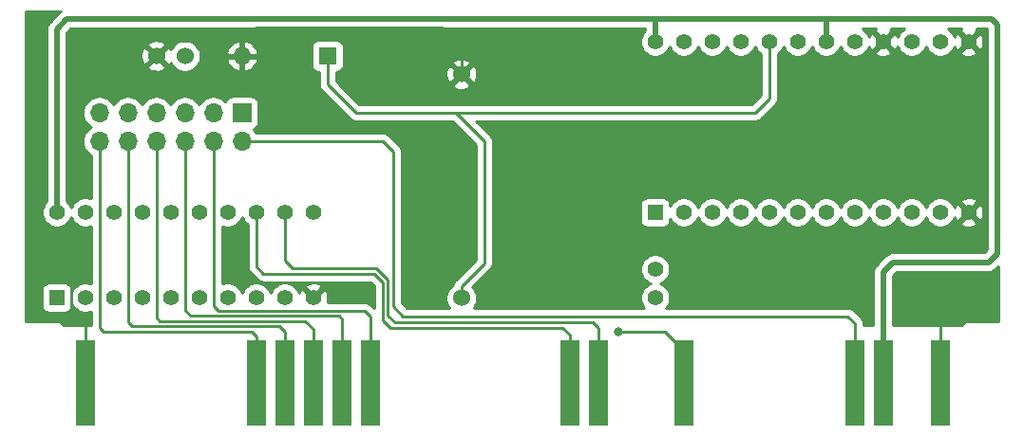
<source format=gbl>
G04 #@! TF.GenerationSoftware,KiCad,Pcbnew,(5.1.4)-1*
G04 #@! TF.CreationDate,2020-05-29T14:17:48+02:00*
G04 #@! TF.ProjectId,RTC8088,52544338-3038-4382-9e6b-696361645f70,rev?*
G04 #@! TF.SameCoordinates,Original*
G04 #@! TF.FileFunction,Copper,L2,Bot*
G04 #@! TF.FilePolarity,Positive*
%FSLAX46Y46*%
G04 Gerber Fmt 4.6, Leading zero omitted, Abs format (unit mm)*
G04 Created by KiCad (PCBNEW (5.1.4)-1) date 2020-05-29 14:17:48*
%MOMM*%
%LPD*%
G04 APERTURE LIST*
%ADD10O,1.600000X1.600000*%
%ADD11R,1.600000X1.600000*%
%ADD12R,1.397000X1.397000*%
%ADD13C,1.397000*%
%ADD14R,1.778000X7.620000*%
%ADD15C,1.524000*%
%ADD16R,1.700000X1.700000*%
%ADD17O,1.700000X1.700000*%
%ADD18C,0.800000*%
%ADD19C,0.250000*%
%ADD20C,0.500000*%
%ADD21C,0.254000*%
G04 APERTURE END LIST*
D10*
X121920000Y-73660000D03*
D11*
X129540000Y-73660000D03*
D12*
X105410000Y-95250000D03*
D13*
X107950000Y-95250000D03*
X110490000Y-95250000D03*
X113030000Y-95250000D03*
X115570000Y-95250000D03*
X118110000Y-95250000D03*
X120650000Y-95250000D03*
X123190000Y-95250000D03*
X125730000Y-95250000D03*
X128270000Y-95250000D03*
X128270000Y-87630000D03*
X125730000Y-87630000D03*
X123190000Y-87630000D03*
X120650000Y-87630000D03*
X118110000Y-87630000D03*
X115570000Y-87630000D03*
X113030000Y-87630000D03*
X110490000Y-87630000D03*
X107950000Y-87630000D03*
X105410000Y-87630000D03*
D14*
X184150000Y-102870000D03*
X179070000Y-102870000D03*
X176530000Y-102870000D03*
X161290000Y-102870000D03*
X153670000Y-102870000D03*
X151130000Y-102870000D03*
X133350000Y-102870000D03*
X130810000Y-102870000D03*
X128270000Y-102870000D03*
X125730000Y-102870000D03*
X123190000Y-102870000D03*
X107950000Y-102870000D03*
D15*
X141484806Y-75280520D03*
X141484806Y-95280480D03*
X116840000Y-73660000D03*
X114300000Y-73660000D03*
D12*
X158750000Y-87630000D03*
D13*
X161290000Y-87630000D03*
X163830000Y-87630000D03*
X166370000Y-87630000D03*
X168910000Y-87630000D03*
X171450000Y-87630000D03*
X173990000Y-87630000D03*
X176530000Y-87630000D03*
X179070000Y-87630000D03*
X181610000Y-87630000D03*
X184150000Y-87630000D03*
X186690000Y-87630000D03*
X186690000Y-72390000D03*
X184150000Y-72390000D03*
X181610000Y-72390000D03*
X179070000Y-72390000D03*
X176530000Y-72390000D03*
X173990000Y-72390000D03*
X171450000Y-72390000D03*
X168910000Y-72390000D03*
X166370000Y-72390000D03*
X163830000Y-72390000D03*
X161290000Y-72390000D03*
X158750000Y-72390000D03*
X158750000Y-95250000D03*
X158750000Y-92710000D03*
D16*
X121920000Y-78740000D03*
D17*
X121920000Y-81280000D03*
X119380000Y-78740000D03*
X119380000Y-81280000D03*
X116840000Y-78740000D03*
X116840000Y-81280000D03*
X114300000Y-78740000D03*
X114300000Y-81280000D03*
X111760000Y-78740000D03*
X111760000Y-81280000D03*
X109220000Y-78740000D03*
X109220000Y-81280000D03*
D18*
X187452000Y-94869000D03*
X155448000Y-98298000D03*
X106680000Y-92202000D03*
D19*
X106680000Y-96393000D02*
X106680000Y-92202000D01*
X107950000Y-102870000D02*
X107950000Y-97663000D01*
X107950000Y-97663000D02*
X106680000Y-96393000D01*
X161290000Y-99949000D02*
X161290000Y-102870000D01*
X159639000Y-98298000D02*
X161290000Y-99949000D01*
X155448000Y-98298000D02*
X159639000Y-98298000D01*
X184658000Y-94869000D02*
X187452000Y-94869000D01*
X184150000Y-102870000D02*
X184150000Y-95377000D01*
X184150000Y-95377000D02*
X184658000Y-94869000D01*
X141484806Y-75280520D02*
X141484806Y-72904806D01*
X141484806Y-72904806D02*
X139700000Y-71120000D01*
X139700000Y-71120000D02*
X123190000Y-71120000D01*
X123190000Y-71120000D02*
X121920000Y-72390000D01*
X121920000Y-72390000D02*
X121920000Y-73660000D01*
D20*
X106299000Y-70358000D02*
X158242000Y-70358000D01*
X105410000Y-87630000D02*
X105410000Y-71247000D01*
X105410000Y-71247000D02*
X106299000Y-70358000D01*
X188722000Y-70358000D02*
X188214000Y-70358000D01*
X179070000Y-102870000D02*
X179070000Y-97536000D01*
X189230000Y-90000000D02*
X189230000Y-70866000D01*
X189230000Y-70866000D02*
X188722000Y-70358000D01*
X173990000Y-71402172D02*
X173990000Y-70358000D01*
X173990000Y-72390000D02*
X173990000Y-71402172D01*
X188214000Y-70358000D02*
X173990000Y-70358000D01*
X158750000Y-71402172D02*
X158750000Y-70358000D01*
X158750000Y-72390000D02*
X158750000Y-71402172D01*
X173990000Y-70358000D02*
X158750000Y-70358000D01*
X158750000Y-70358000D02*
X158242000Y-70358000D01*
X189230000Y-90000000D02*
X189230000Y-91313000D01*
X189230000Y-91313000D02*
X188468000Y-92075000D01*
X188468000Y-92075000D02*
X179959000Y-92075000D01*
X179070000Y-92964000D02*
X179070000Y-97536000D01*
X179959000Y-92075000D02*
X179070000Y-92964000D01*
D19*
X129540000Y-73660000D02*
X129540000Y-76200000D01*
X129540000Y-76200000D02*
X132080000Y-78740000D01*
X167640000Y-78740000D02*
X168910000Y-77470000D01*
X168910000Y-77470000D02*
X168910000Y-72390000D01*
X141484806Y-94202850D02*
X143510000Y-92177656D01*
X141484806Y-95280480D02*
X141484806Y-94202850D01*
X143510000Y-81280000D02*
X140970000Y-78740000D01*
X143510000Y-92177656D02*
X143510000Y-81280000D01*
X132080000Y-78740000D02*
X140970000Y-78740000D01*
X140970000Y-78740000D02*
X167640000Y-78740000D01*
X134493000Y-81280000D02*
X121920000Y-81280000D01*
X176530000Y-97536000D02*
X175895000Y-96901000D01*
X176530000Y-102870000D02*
X176530000Y-97536000D01*
X175895000Y-96901000D02*
X136271000Y-96901000D01*
X136271000Y-96901000D02*
X135393018Y-96023018D01*
X135393018Y-96023018D02*
X135393018Y-82180018D01*
X135393018Y-82180018D02*
X134493000Y-81280000D01*
X126422990Y-92640990D02*
X125730000Y-91948000D01*
X133917400Y-92640990D02*
X126422990Y-92640990D01*
X153670000Y-97917000D02*
X153219991Y-97466991D01*
X125730000Y-91948000D02*
X125730000Y-87630000D01*
X153670000Y-102870000D02*
X153670000Y-97917000D01*
X153219991Y-97466991D02*
X135566991Y-97466991D01*
X135566991Y-97466991D02*
X134943010Y-96843010D01*
X134943010Y-96843010D02*
X134943009Y-93666599D01*
X134943009Y-93666599D02*
X133917400Y-92640990D01*
X123190000Y-92456000D02*
X123190000Y-87630000D01*
X123825000Y-93091000D02*
X123190000Y-92456000D01*
X133731000Y-93091000D02*
X123825000Y-93091000D01*
X151130000Y-98552000D02*
X150495000Y-97917000D01*
X150495000Y-97917000D02*
X135128000Y-97917000D01*
X135128000Y-97917000D02*
X134493000Y-97282000D01*
X134493000Y-97282000D02*
X134493000Y-93853000D01*
X134493000Y-93853000D02*
X133731000Y-93091000D01*
X151130000Y-102870000D02*
X151130000Y-98552000D01*
X119380000Y-81280000D02*
X119380000Y-82296000D01*
X119380000Y-81407000D02*
X119380000Y-82296000D01*
X119380000Y-89662000D02*
X119380000Y-82296000D01*
X119380000Y-96000000D02*
X119380000Y-89662000D01*
X119819973Y-96439973D02*
X119380000Y-96000000D01*
X132888973Y-96439973D02*
X119819973Y-96439973D01*
X133350000Y-96901000D02*
X132888973Y-96439973D01*
X133350000Y-102870000D02*
X133350000Y-96901000D01*
X116840000Y-81280000D02*
X116840000Y-82296000D01*
X116840000Y-81407000D02*
X116840000Y-82296000D01*
X116840000Y-89789000D02*
X116840000Y-82296000D01*
X116840000Y-96393000D02*
X116840000Y-89789000D01*
X117336982Y-96889982D02*
X116840000Y-96393000D01*
X130544982Y-96889982D02*
X117336982Y-96889982D01*
X130810000Y-102870000D02*
X130810000Y-97155000D01*
X130810000Y-97155000D02*
X130544982Y-96889982D01*
X114300000Y-81280000D02*
X114300000Y-82423000D01*
X114300000Y-81407000D02*
X114300000Y-82423000D01*
X114300000Y-90551000D02*
X114300000Y-82423000D01*
X114300000Y-97028000D02*
X114300000Y-90551000D01*
X114611991Y-97339991D02*
X114300000Y-97028000D01*
X127565991Y-97339991D02*
X114611991Y-97339991D01*
X128270000Y-102870000D02*
X128270000Y-98044000D01*
X128270000Y-98044000D02*
X127565991Y-97339991D01*
X111760000Y-91059000D02*
X111760000Y-81280000D01*
X111760000Y-97409000D02*
X111760000Y-91059000D01*
X112141000Y-97790000D02*
X111760000Y-97409000D01*
X125222000Y-97790000D02*
X112141000Y-97790000D01*
X125730000Y-102870000D02*
X125730000Y-98298000D01*
X125730000Y-98298000D02*
X125222000Y-97790000D01*
X109220000Y-81280000D02*
X109220000Y-82423000D01*
X109220000Y-82042000D02*
X109220000Y-82423000D01*
X109220000Y-91440000D02*
X109220000Y-82423000D01*
X109220000Y-97917000D02*
X109220000Y-91440000D01*
X109601000Y-98298000D02*
X109220000Y-97917000D01*
X122809000Y-98298000D02*
X109601000Y-98298000D01*
X123190000Y-102870000D02*
X123190000Y-98679000D01*
X123190000Y-98679000D02*
X122809000Y-98298000D01*
D21*
G36*
X105703953Y-69701468D02*
G01*
X105703951Y-69701470D01*
X105670183Y-69729183D01*
X105642470Y-69762951D01*
X104814951Y-70590471D01*
X104781184Y-70618183D01*
X104753471Y-70651951D01*
X104753468Y-70651954D01*
X104670590Y-70752941D01*
X104588412Y-70906687D01*
X104537805Y-71073510D01*
X104520719Y-71247000D01*
X104525001Y-71290479D01*
X104525000Y-86629146D01*
X104374203Y-86779943D01*
X104228268Y-86998351D01*
X104127746Y-87241032D01*
X104076500Y-87498662D01*
X104076500Y-87761338D01*
X104127746Y-88018968D01*
X104228268Y-88261649D01*
X104374203Y-88480057D01*
X104559943Y-88665797D01*
X104778351Y-88811732D01*
X105021032Y-88912254D01*
X105278662Y-88963500D01*
X105541338Y-88963500D01*
X105798968Y-88912254D01*
X106041649Y-88811732D01*
X106260057Y-88665797D01*
X106445797Y-88480057D01*
X106591732Y-88261649D01*
X106680000Y-88048552D01*
X106768268Y-88261649D01*
X106914203Y-88480057D01*
X107099943Y-88665797D01*
X107318351Y-88811732D01*
X107561032Y-88912254D01*
X107818662Y-88963500D01*
X108081338Y-88963500D01*
X108338968Y-88912254D01*
X108460000Y-88862121D01*
X108460000Y-91477332D01*
X108460001Y-91477342D01*
X108460001Y-94017879D01*
X108338968Y-93967746D01*
X108081338Y-93916500D01*
X107818662Y-93916500D01*
X107561032Y-93967746D01*
X107318351Y-94068268D01*
X107099943Y-94214203D01*
X106914203Y-94399943D01*
X106768268Y-94618351D01*
X106746572Y-94670730D01*
X106746572Y-94551500D01*
X106734312Y-94427018D01*
X106698002Y-94307320D01*
X106639037Y-94197006D01*
X106559685Y-94100315D01*
X106462994Y-94020963D01*
X106352680Y-93961998D01*
X106232982Y-93925688D01*
X106108500Y-93913428D01*
X104711500Y-93913428D01*
X104587018Y-93925688D01*
X104467320Y-93961998D01*
X104357006Y-94020963D01*
X104260315Y-94100315D01*
X104180963Y-94197006D01*
X104121998Y-94307320D01*
X104085688Y-94427018D01*
X104073428Y-94551500D01*
X104073428Y-95948500D01*
X104085688Y-96072982D01*
X104121998Y-96192680D01*
X104180963Y-96302994D01*
X104260315Y-96399685D01*
X104357006Y-96479037D01*
X104467320Y-96538002D01*
X104587018Y-96574312D01*
X104711500Y-96586572D01*
X106108500Y-96586572D01*
X106232982Y-96574312D01*
X106352680Y-96538002D01*
X106462994Y-96479037D01*
X106559685Y-96399685D01*
X106639037Y-96302994D01*
X106698002Y-96192680D01*
X106734312Y-96072982D01*
X106746572Y-95948500D01*
X106746572Y-95829270D01*
X106768268Y-95881649D01*
X106914203Y-96100057D01*
X107099943Y-96285797D01*
X107318351Y-96431732D01*
X107561032Y-96532254D01*
X107818662Y-96583500D01*
X108081338Y-96583500D01*
X108338968Y-96532254D01*
X108460000Y-96482121D01*
X108460000Y-97663000D01*
X105978235Y-97663000D01*
X105961425Y-97631550D01*
X105878948Y-97531052D01*
X105778450Y-97448575D01*
X105663793Y-97387290D01*
X105539383Y-97349550D01*
X105442419Y-97340000D01*
X105410000Y-97336807D01*
X105377581Y-97340000D01*
X102660000Y-97340000D01*
X102660000Y-69660000D01*
X105754482Y-69660000D01*
X105703953Y-69701468D01*
X105703953Y-69701468D01*
G37*
X105703953Y-69701468D02*
X105703951Y-69701470D01*
X105670183Y-69729183D01*
X105642470Y-69762951D01*
X104814951Y-70590471D01*
X104781184Y-70618183D01*
X104753471Y-70651951D01*
X104753468Y-70651954D01*
X104670590Y-70752941D01*
X104588412Y-70906687D01*
X104537805Y-71073510D01*
X104520719Y-71247000D01*
X104525001Y-71290479D01*
X104525000Y-86629146D01*
X104374203Y-86779943D01*
X104228268Y-86998351D01*
X104127746Y-87241032D01*
X104076500Y-87498662D01*
X104076500Y-87761338D01*
X104127746Y-88018968D01*
X104228268Y-88261649D01*
X104374203Y-88480057D01*
X104559943Y-88665797D01*
X104778351Y-88811732D01*
X105021032Y-88912254D01*
X105278662Y-88963500D01*
X105541338Y-88963500D01*
X105798968Y-88912254D01*
X106041649Y-88811732D01*
X106260057Y-88665797D01*
X106445797Y-88480057D01*
X106591732Y-88261649D01*
X106680000Y-88048552D01*
X106768268Y-88261649D01*
X106914203Y-88480057D01*
X107099943Y-88665797D01*
X107318351Y-88811732D01*
X107561032Y-88912254D01*
X107818662Y-88963500D01*
X108081338Y-88963500D01*
X108338968Y-88912254D01*
X108460000Y-88862121D01*
X108460000Y-91477332D01*
X108460001Y-91477342D01*
X108460001Y-94017879D01*
X108338968Y-93967746D01*
X108081338Y-93916500D01*
X107818662Y-93916500D01*
X107561032Y-93967746D01*
X107318351Y-94068268D01*
X107099943Y-94214203D01*
X106914203Y-94399943D01*
X106768268Y-94618351D01*
X106746572Y-94670730D01*
X106746572Y-94551500D01*
X106734312Y-94427018D01*
X106698002Y-94307320D01*
X106639037Y-94197006D01*
X106559685Y-94100315D01*
X106462994Y-94020963D01*
X106352680Y-93961998D01*
X106232982Y-93925688D01*
X106108500Y-93913428D01*
X104711500Y-93913428D01*
X104587018Y-93925688D01*
X104467320Y-93961998D01*
X104357006Y-94020963D01*
X104260315Y-94100315D01*
X104180963Y-94197006D01*
X104121998Y-94307320D01*
X104085688Y-94427018D01*
X104073428Y-94551500D01*
X104073428Y-95948500D01*
X104085688Y-96072982D01*
X104121998Y-96192680D01*
X104180963Y-96302994D01*
X104260315Y-96399685D01*
X104357006Y-96479037D01*
X104467320Y-96538002D01*
X104587018Y-96574312D01*
X104711500Y-96586572D01*
X106108500Y-96586572D01*
X106232982Y-96574312D01*
X106352680Y-96538002D01*
X106462994Y-96479037D01*
X106559685Y-96399685D01*
X106639037Y-96302994D01*
X106698002Y-96192680D01*
X106734312Y-96072982D01*
X106746572Y-95948500D01*
X106746572Y-95829270D01*
X106768268Y-95881649D01*
X106914203Y-96100057D01*
X107099943Y-96285797D01*
X107318351Y-96431732D01*
X107561032Y-96532254D01*
X107818662Y-96583500D01*
X108081338Y-96583500D01*
X108338968Y-96532254D01*
X108460000Y-96482121D01*
X108460000Y-97663000D01*
X105978235Y-97663000D01*
X105961425Y-97631550D01*
X105878948Y-97531052D01*
X105778450Y-97448575D01*
X105663793Y-97387290D01*
X105539383Y-97349550D01*
X105442419Y-97340000D01*
X105410000Y-97336807D01*
X105377581Y-97340000D01*
X102660000Y-97340000D01*
X102660000Y-69660000D01*
X105754482Y-69660000D01*
X105703953Y-69701468D01*
G36*
X189340001Y-97340000D02*
G01*
X186722419Y-97340000D01*
X186690000Y-97336807D01*
X186657581Y-97340000D01*
X186560617Y-97349550D01*
X186436207Y-97387290D01*
X186321550Y-97448575D01*
X186221052Y-97531052D01*
X186138575Y-97631550D01*
X186121765Y-97663000D01*
X179955000Y-97663000D01*
X179955000Y-93330578D01*
X180325579Y-92960000D01*
X188424531Y-92960000D01*
X188468000Y-92964281D01*
X188511469Y-92960000D01*
X188511477Y-92960000D01*
X188641490Y-92947195D01*
X188808313Y-92896589D01*
X188962059Y-92814411D01*
X189096817Y-92703817D01*
X189124534Y-92670044D01*
X189340001Y-92454578D01*
X189340001Y-97340000D01*
X189340001Y-97340000D01*
G37*
X189340001Y-97340000D02*
X186722419Y-97340000D01*
X186690000Y-97336807D01*
X186657581Y-97340000D01*
X186560617Y-97349550D01*
X186436207Y-97387290D01*
X186321550Y-97448575D01*
X186221052Y-97531052D01*
X186138575Y-97631550D01*
X186121765Y-97663000D01*
X179955000Y-97663000D01*
X179955000Y-93330578D01*
X180325579Y-92960000D01*
X188424531Y-92960000D01*
X188468000Y-92964281D01*
X188511469Y-92960000D01*
X188511477Y-92960000D01*
X188641490Y-92947195D01*
X188808313Y-92896589D01*
X188962059Y-92814411D01*
X189096817Y-92703817D01*
X189124534Y-92670044D01*
X189340001Y-92454578D01*
X189340001Y-97340000D01*
G36*
X178329408Y-71469803D02*
G01*
X179070000Y-72210395D01*
X179810592Y-71469803D01*
X179753042Y-71243000D01*
X180926371Y-71243000D01*
X180759943Y-71354203D01*
X180574203Y-71539943D01*
X180428268Y-71758351D01*
X180338293Y-71975570D01*
X180277514Y-71809158D01*
X180223812Y-71708686D01*
X179990197Y-71649408D01*
X179249605Y-72390000D01*
X179990197Y-73130592D01*
X180223812Y-73071314D01*
X180334559Y-72833125D01*
X180340342Y-72809378D01*
X180428268Y-73021649D01*
X180574203Y-73240057D01*
X180759943Y-73425797D01*
X180978351Y-73571732D01*
X181221032Y-73672254D01*
X181478662Y-73723500D01*
X181741338Y-73723500D01*
X181998968Y-73672254D01*
X182241649Y-73571732D01*
X182460057Y-73425797D01*
X182645797Y-73240057D01*
X182791732Y-73021649D01*
X182880000Y-72808552D01*
X182968268Y-73021649D01*
X183114203Y-73240057D01*
X183299943Y-73425797D01*
X183518351Y-73571732D01*
X183761032Y-73672254D01*
X184018662Y-73723500D01*
X184281338Y-73723500D01*
X184538968Y-73672254D01*
X184781649Y-73571732D01*
X185000057Y-73425797D01*
X185115657Y-73310197D01*
X185949408Y-73310197D01*
X186008686Y-73543812D01*
X186246875Y-73654559D01*
X186502093Y-73716711D01*
X186764533Y-73727876D01*
X187024107Y-73687629D01*
X187270842Y-73597514D01*
X187371314Y-73543812D01*
X187430592Y-73310197D01*
X186690000Y-72569605D01*
X185949408Y-73310197D01*
X185115657Y-73310197D01*
X185185797Y-73240057D01*
X185331732Y-73021649D01*
X185421707Y-72804430D01*
X185482486Y-72970842D01*
X185536188Y-73071314D01*
X185769803Y-73130592D01*
X186510395Y-72390000D01*
X186869605Y-72390000D01*
X187610197Y-73130592D01*
X187843812Y-73071314D01*
X187954559Y-72833125D01*
X188016711Y-72577907D01*
X188027876Y-72315467D01*
X187987629Y-72055893D01*
X187897514Y-71809158D01*
X187843812Y-71708686D01*
X187610197Y-71649408D01*
X186869605Y-72390000D01*
X186510395Y-72390000D01*
X185769803Y-71649408D01*
X185536188Y-71708686D01*
X185425441Y-71946875D01*
X185419658Y-71970622D01*
X185331732Y-71758351D01*
X185185797Y-71539943D01*
X185000057Y-71354203D01*
X184833629Y-71243000D01*
X186006958Y-71243000D01*
X185949408Y-71469803D01*
X186690000Y-72210395D01*
X187430592Y-71469803D01*
X187373042Y-71243000D01*
X188345001Y-71243000D01*
X188345000Y-89956523D01*
X188345000Y-89956524D01*
X188345001Y-90946421D01*
X188101422Y-91190000D01*
X180002469Y-91190000D01*
X179959000Y-91185719D01*
X179915531Y-91190000D01*
X179915523Y-91190000D01*
X179785510Y-91202805D01*
X179618687Y-91253411D01*
X179507203Y-91313000D01*
X179464941Y-91335589D01*
X179363953Y-91418468D01*
X179363951Y-91418470D01*
X179330183Y-91446183D01*
X179302470Y-91479951D01*
X178474956Y-92307466D01*
X178441183Y-92335183D01*
X178330589Y-92469942D01*
X178248411Y-92623688D01*
X178215696Y-92731532D01*
X178197968Y-92789975D01*
X178197805Y-92790511D01*
X178185000Y-92920524D01*
X178185000Y-92920531D01*
X178180719Y-92964000D01*
X178185000Y-93007469D01*
X178185001Y-97492523D01*
X178185001Y-97663000D01*
X177290000Y-97663000D01*
X177290000Y-97573333D01*
X177293677Y-97536000D01*
X177289046Y-97488976D01*
X177279003Y-97387014D01*
X177235546Y-97243753D01*
X177164974Y-97111724D01*
X177070001Y-96995999D01*
X177041002Y-96972200D01*
X176458803Y-96390002D01*
X176435001Y-96360999D01*
X176319276Y-96266026D01*
X176187247Y-96195454D01*
X176043986Y-96151997D01*
X175932333Y-96141000D01*
X175932322Y-96141000D01*
X175895000Y-96137324D01*
X175857678Y-96141000D01*
X159744854Y-96141000D01*
X159785797Y-96100057D01*
X159931732Y-95881649D01*
X160032254Y-95638968D01*
X160083500Y-95381338D01*
X160083500Y-95118662D01*
X160032254Y-94861032D01*
X159931732Y-94618351D01*
X159785797Y-94399943D01*
X159600057Y-94214203D01*
X159381649Y-94068268D01*
X159168552Y-93980000D01*
X159381649Y-93891732D01*
X159600057Y-93745797D01*
X159785797Y-93560057D01*
X159931732Y-93341649D01*
X160032254Y-93098968D01*
X160083500Y-92841338D01*
X160083500Y-92578662D01*
X160032254Y-92321032D01*
X159931732Y-92078351D01*
X159785797Y-91859943D01*
X159600057Y-91674203D01*
X159381649Y-91528268D01*
X159138968Y-91427746D01*
X158881338Y-91376500D01*
X158618662Y-91376500D01*
X158361032Y-91427746D01*
X158118351Y-91528268D01*
X157899943Y-91674203D01*
X157714203Y-91859943D01*
X157568268Y-92078351D01*
X157467746Y-92321032D01*
X157416500Y-92578662D01*
X157416500Y-92841338D01*
X157467746Y-93098968D01*
X157568268Y-93341649D01*
X157714203Y-93560057D01*
X157899943Y-93745797D01*
X158118351Y-93891732D01*
X158331448Y-93980000D01*
X158118351Y-94068268D01*
X157899943Y-94214203D01*
X157714203Y-94399943D01*
X157568268Y-94618351D01*
X157467746Y-94861032D01*
X157416500Y-95118662D01*
X157416500Y-95381338D01*
X157467746Y-95638968D01*
X157568268Y-95881649D01*
X157714203Y-96100057D01*
X157755146Y-96141000D01*
X142589981Y-96141000D01*
X142722811Y-95942207D01*
X142828120Y-95687970D01*
X142881806Y-95418072D01*
X142881806Y-95142888D01*
X142828120Y-94872990D01*
X142722811Y-94618753D01*
X142569926Y-94389945D01*
X142471219Y-94291238D01*
X144021004Y-92741454D01*
X144050001Y-92717657D01*
X144144974Y-92601932D01*
X144215546Y-92469903D01*
X144259003Y-92326642D01*
X144270000Y-92214989D01*
X144270000Y-92214979D01*
X144273676Y-92177656D01*
X144270000Y-92140333D01*
X144270000Y-86931500D01*
X157413428Y-86931500D01*
X157413428Y-88328500D01*
X157425688Y-88452982D01*
X157461998Y-88572680D01*
X157520963Y-88682994D01*
X157600315Y-88779685D01*
X157697006Y-88859037D01*
X157807320Y-88918002D01*
X157927018Y-88954312D01*
X158051500Y-88966572D01*
X159448500Y-88966572D01*
X159572982Y-88954312D01*
X159692680Y-88918002D01*
X159802994Y-88859037D01*
X159899685Y-88779685D01*
X159979037Y-88682994D01*
X160038002Y-88572680D01*
X160074312Y-88452982D01*
X160086572Y-88328500D01*
X160086572Y-88209270D01*
X160108268Y-88261649D01*
X160254203Y-88480057D01*
X160439943Y-88665797D01*
X160658351Y-88811732D01*
X160901032Y-88912254D01*
X161158662Y-88963500D01*
X161421338Y-88963500D01*
X161678968Y-88912254D01*
X161921649Y-88811732D01*
X162140057Y-88665797D01*
X162325797Y-88480057D01*
X162471732Y-88261649D01*
X162560000Y-88048552D01*
X162648268Y-88261649D01*
X162794203Y-88480057D01*
X162979943Y-88665797D01*
X163198351Y-88811732D01*
X163441032Y-88912254D01*
X163698662Y-88963500D01*
X163961338Y-88963500D01*
X164218968Y-88912254D01*
X164461649Y-88811732D01*
X164680057Y-88665797D01*
X164865797Y-88480057D01*
X165011732Y-88261649D01*
X165100000Y-88048552D01*
X165188268Y-88261649D01*
X165334203Y-88480057D01*
X165519943Y-88665797D01*
X165738351Y-88811732D01*
X165981032Y-88912254D01*
X166238662Y-88963500D01*
X166501338Y-88963500D01*
X166758968Y-88912254D01*
X167001649Y-88811732D01*
X167220057Y-88665797D01*
X167405797Y-88480057D01*
X167551732Y-88261649D01*
X167640000Y-88048552D01*
X167728268Y-88261649D01*
X167874203Y-88480057D01*
X168059943Y-88665797D01*
X168278351Y-88811732D01*
X168521032Y-88912254D01*
X168778662Y-88963500D01*
X169041338Y-88963500D01*
X169298968Y-88912254D01*
X169541649Y-88811732D01*
X169760057Y-88665797D01*
X169945797Y-88480057D01*
X170091732Y-88261649D01*
X170180000Y-88048552D01*
X170268268Y-88261649D01*
X170414203Y-88480057D01*
X170599943Y-88665797D01*
X170818351Y-88811732D01*
X171061032Y-88912254D01*
X171318662Y-88963500D01*
X171581338Y-88963500D01*
X171838968Y-88912254D01*
X172081649Y-88811732D01*
X172300057Y-88665797D01*
X172485797Y-88480057D01*
X172631732Y-88261649D01*
X172720000Y-88048552D01*
X172808268Y-88261649D01*
X172954203Y-88480057D01*
X173139943Y-88665797D01*
X173358351Y-88811732D01*
X173601032Y-88912254D01*
X173858662Y-88963500D01*
X174121338Y-88963500D01*
X174378968Y-88912254D01*
X174621649Y-88811732D01*
X174840057Y-88665797D01*
X175025797Y-88480057D01*
X175171732Y-88261649D01*
X175260000Y-88048552D01*
X175348268Y-88261649D01*
X175494203Y-88480057D01*
X175679943Y-88665797D01*
X175898351Y-88811732D01*
X176141032Y-88912254D01*
X176398662Y-88963500D01*
X176661338Y-88963500D01*
X176918968Y-88912254D01*
X177161649Y-88811732D01*
X177380057Y-88665797D01*
X177565797Y-88480057D01*
X177711732Y-88261649D01*
X177800000Y-88048552D01*
X177888268Y-88261649D01*
X178034203Y-88480057D01*
X178219943Y-88665797D01*
X178438351Y-88811732D01*
X178681032Y-88912254D01*
X178938662Y-88963500D01*
X179201338Y-88963500D01*
X179458968Y-88912254D01*
X179701649Y-88811732D01*
X179920057Y-88665797D01*
X180105797Y-88480057D01*
X180251732Y-88261649D01*
X180340000Y-88048552D01*
X180428268Y-88261649D01*
X180574203Y-88480057D01*
X180759943Y-88665797D01*
X180978351Y-88811732D01*
X181221032Y-88912254D01*
X181478662Y-88963500D01*
X181741338Y-88963500D01*
X181998968Y-88912254D01*
X182241649Y-88811732D01*
X182460057Y-88665797D01*
X182645797Y-88480057D01*
X182791732Y-88261649D01*
X182880000Y-88048552D01*
X182968268Y-88261649D01*
X183114203Y-88480057D01*
X183299943Y-88665797D01*
X183518351Y-88811732D01*
X183761032Y-88912254D01*
X184018662Y-88963500D01*
X184281338Y-88963500D01*
X184538968Y-88912254D01*
X184781649Y-88811732D01*
X185000057Y-88665797D01*
X185115657Y-88550197D01*
X185949408Y-88550197D01*
X186008686Y-88783812D01*
X186246875Y-88894559D01*
X186502093Y-88956711D01*
X186764533Y-88967876D01*
X187024107Y-88927629D01*
X187270842Y-88837514D01*
X187371314Y-88783812D01*
X187430592Y-88550197D01*
X186690000Y-87809605D01*
X185949408Y-88550197D01*
X185115657Y-88550197D01*
X185185797Y-88480057D01*
X185331732Y-88261649D01*
X185421707Y-88044430D01*
X185482486Y-88210842D01*
X185536188Y-88311314D01*
X185769803Y-88370592D01*
X186510395Y-87630000D01*
X186869605Y-87630000D01*
X187610197Y-88370592D01*
X187843812Y-88311314D01*
X187954559Y-88073125D01*
X188016711Y-87817907D01*
X188027876Y-87555467D01*
X187987629Y-87295893D01*
X187897514Y-87049158D01*
X187843812Y-86948686D01*
X187610197Y-86889408D01*
X186869605Y-87630000D01*
X186510395Y-87630000D01*
X185769803Y-86889408D01*
X185536188Y-86948686D01*
X185425441Y-87186875D01*
X185419658Y-87210622D01*
X185331732Y-86998351D01*
X185185797Y-86779943D01*
X185115657Y-86709803D01*
X185949408Y-86709803D01*
X186690000Y-87450395D01*
X187430592Y-86709803D01*
X187371314Y-86476188D01*
X187133125Y-86365441D01*
X186877907Y-86303289D01*
X186615467Y-86292124D01*
X186355893Y-86332371D01*
X186109158Y-86422486D01*
X186008686Y-86476188D01*
X185949408Y-86709803D01*
X185115657Y-86709803D01*
X185000057Y-86594203D01*
X184781649Y-86448268D01*
X184538968Y-86347746D01*
X184281338Y-86296500D01*
X184018662Y-86296500D01*
X183761032Y-86347746D01*
X183518351Y-86448268D01*
X183299943Y-86594203D01*
X183114203Y-86779943D01*
X182968268Y-86998351D01*
X182880000Y-87211448D01*
X182791732Y-86998351D01*
X182645797Y-86779943D01*
X182460057Y-86594203D01*
X182241649Y-86448268D01*
X181998968Y-86347746D01*
X181741338Y-86296500D01*
X181478662Y-86296500D01*
X181221032Y-86347746D01*
X180978351Y-86448268D01*
X180759943Y-86594203D01*
X180574203Y-86779943D01*
X180428268Y-86998351D01*
X180340000Y-87211448D01*
X180251732Y-86998351D01*
X180105797Y-86779943D01*
X179920057Y-86594203D01*
X179701649Y-86448268D01*
X179458968Y-86347746D01*
X179201338Y-86296500D01*
X178938662Y-86296500D01*
X178681032Y-86347746D01*
X178438351Y-86448268D01*
X178219943Y-86594203D01*
X178034203Y-86779943D01*
X177888268Y-86998351D01*
X177800000Y-87211448D01*
X177711732Y-86998351D01*
X177565797Y-86779943D01*
X177380057Y-86594203D01*
X177161649Y-86448268D01*
X176918968Y-86347746D01*
X176661338Y-86296500D01*
X176398662Y-86296500D01*
X176141032Y-86347746D01*
X175898351Y-86448268D01*
X175679943Y-86594203D01*
X175494203Y-86779943D01*
X175348268Y-86998351D01*
X175260000Y-87211448D01*
X175171732Y-86998351D01*
X175025797Y-86779943D01*
X174840057Y-86594203D01*
X174621649Y-86448268D01*
X174378968Y-86347746D01*
X174121338Y-86296500D01*
X173858662Y-86296500D01*
X173601032Y-86347746D01*
X173358351Y-86448268D01*
X173139943Y-86594203D01*
X172954203Y-86779943D01*
X172808268Y-86998351D01*
X172720000Y-87211448D01*
X172631732Y-86998351D01*
X172485797Y-86779943D01*
X172300057Y-86594203D01*
X172081649Y-86448268D01*
X171838968Y-86347746D01*
X171581338Y-86296500D01*
X171318662Y-86296500D01*
X171061032Y-86347746D01*
X170818351Y-86448268D01*
X170599943Y-86594203D01*
X170414203Y-86779943D01*
X170268268Y-86998351D01*
X170180000Y-87211448D01*
X170091732Y-86998351D01*
X169945797Y-86779943D01*
X169760057Y-86594203D01*
X169541649Y-86448268D01*
X169298968Y-86347746D01*
X169041338Y-86296500D01*
X168778662Y-86296500D01*
X168521032Y-86347746D01*
X168278351Y-86448268D01*
X168059943Y-86594203D01*
X167874203Y-86779943D01*
X167728268Y-86998351D01*
X167640000Y-87211448D01*
X167551732Y-86998351D01*
X167405797Y-86779943D01*
X167220057Y-86594203D01*
X167001649Y-86448268D01*
X166758968Y-86347746D01*
X166501338Y-86296500D01*
X166238662Y-86296500D01*
X165981032Y-86347746D01*
X165738351Y-86448268D01*
X165519943Y-86594203D01*
X165334203Y-86779943D01*
X165188268Y-86998351D01*
X165100000Y-87211448D01*
X165011732Y-86998351D01*
X164865797Y-86779943D01*
X164680057Y-86594203D01*
X164461649Y-86448268D01*
X164218968Y-86347746D01*
X163961338Y-86296500D01*
X163698662Y-86296500D01*
X163441032Y-86347746D01*
X163198351Y-86448268D01*
X162979943Y-86594203D01*
X162794203Y-86779943D01*
X162648268Y-86998351D01*
X162560000Y-87211448D01*
X162471732Y-86998351D01*
X162325797Y-86779943D01*
X162140057Y-86594203D01*
X161921649Y-86448268D01*
X161678968Y-86347746D01*
X161421338Y-86296500D01*
X161158662Y-86296500D01*
X160901032Y-86347746D01*
X160658351Y-86448268D01*
X160439943Y-86594203D01*
X160254203Y-86779943D01*
X160108268Y-86998351D01*
X160086572Y-87050730D01*
X160086572Y-86931500D01*
X160074312Y-86807018D01*
X160038002Y-86687320D01*
X159979037Y-86577006D01*
X159899685Y-86480315D01*
X159802994Y-86400963D01*
X159692680Y-86341998D01*
X159572982Y-86305688D01*
X159448500Y-86293428D01*
X158051500Y-86293428D01*
X157927018Y-86305688D01*
X157807320Y-86341998D01*
X157697006Y-86400963D01*
X157600315Y-86480315D01*
X157520963Y-86577006D01*
X157461998Y-86687320D01*
X157425688Y-86807018D01*
X157413428Y-86931500D01*
X144270000Y-86931500D01*
X144270000Y-81317322D01*
X144273676Y-81279999D01*
X144270000Y-81242676D01*
X144270000Y-81242667D01*
X144259003Y-81131014D01*
X144215546Y-80987753D01*
X144144974Y-80855724D01*
X144131811Y-80839685D01*
X144073799Y-80768996D01*
X144073795Y-80768992D01*
X144050001Y-80739999D01*
X144021008Y-80716205D01*
X142804802Y-79500000D01*
X167602678Y-79500000D01*
X167640000Y-79503676D01*
X167677322Y-79500000D01*
X167677333Y-79500000D01*
X167788986Y-79489003D01*
X167932247Y-79445546D01*
X168064276Y-79374974D01*
X168180001Y-79280001D01*
X168203804Y-79250997D01*
X169421004Y-78033798D01*
X169450001Y-78010001D01*
X169544974Y-77894276D01*
X169615546Y-77762247D01*
X169659003Y-77618986D01*
X169670000Y-77507333D01*
X169670000Y-77507324D01*
X169673676Y-77470001D01*
X169670000Y-77432678D01*
X169670000Y-73485971D01*
X169760057Y-73425797D01*
X169945797Y-73240057D01*
X170091732Y-73021649D01*
X170180000Y-72808552D01*
X170268268Y-73021649D01*
X170414203Y-73240057D01*
X170599943Y-73425797D01*
X170818351Y-73571732D01*
X171061032Y-73672254D01*
X171318662Y-73723500D01*
X171581338Y-73723500D01*
X171838968Y-73672254D01*
X172081649Y-73571732D01*
X172300057Y-73425797D01*
X172485797Y-73240057D01*
X172631732Y-73021649D01*
X172720000Y-72808552D01*
X172808268Y-73021649D01*
X172954203Y-73240057D01*
X173139943Y-73425797D01*
X173358351Y-73571732D01*
X173601032Y-73672254D01*
X173858662Y-73723500D01*
X174121338Y-73723500D01*
X174378968Y-73672254D01*
X174621649Y-73571732D01*
X174840057Y-73425797D01*
X175025797Y-73240057D01*
X175171732Y-73021649D01*
X175260000Y-72808552D01*
X175348268Y-73021649D01*
X175494203Y-73240057D01*
X175679943Y-73425797D01*
X175898351Y-73571732D01*
X176141032Y-73672254D01*
X176398662Y-73723500D01*
X176661338Y-73723500D01*
X176918968Y-73672254D01*
X177161649Y-73571732D01*
X177380057Y-73425797D01*
X177495657Y-73310197D01*
X178329408Y-73310197D01*
X178388686Y-73543812D01*
X178626875Y-73654559D01*
X178882093Y-73716711D01*
X179144533Y-73727876D01*
X179404107Y-73687629D01*
X179650842Y-73597514D01*
X179751314Y-73543812D01*
X179810592Y-73310197D01*
X179070000Y-72569605D01*
X178329408Y-73310197D01*
X177495657Y-73310197D01*
X177565797Y-73240057D01*
X177711732Y-73021649D01*
X177801707Y-72804430D01*
X177862486Y-72970842D01*
X177916188Y-73071314D01*
X178149803Y-73130592D01*
X178890395Y-72390000D01*
X178149803Y-71649408D01*
X177916188Y-71708686D01*
X177805441Y-71946875D01*
X177799658Y-71970622D01*
X177711732Y-71758351D01*
X177565797Y-71539943D01*
X177380057Y-71354203D01*
X177213629Y-71243000D01*
X178386958Y-71243000D01*
X178329408Y-71469803D01*
X178329408Y-71469803D01*
G37*
X178329408Y-71469803D02*
X179070000Y-72210395D01*
X179810592Y-71469803D01*
X179753042Y-71243000D01*
X180926371Y-71243000D01*
X180759943Y-71354203D01*
X180574203Y-71539943D01*
X180428268Y-71758351D01*
X180338293Y-71975570D01*
X180277514Y-71809158D01*
X180223812Y-71708686D01*
X179990197Y-71649408D01*
X179249605Y-72390000D01*
X179990197Y-73130592D01*
X180223812Y-73071314D01*
X180334559Y-72833125D01*
X180340342Y-72809378D01*
X180428268Y-73021649D01*
X180574203Y-73240057D01*
X180759943Y-73425797D01*
X180978351Y-73571732D01*
X181221032Y-73672254D01*
X181478662Y-73723500D01*
X181741338Y-73723500D01*
X181998968Y-73672254D01*
X182241649Y-73571732D01*
X182460057Y-73425797D01*
X182645797Y-73240057D01*
X182791732Y-73021649D01*
X182880000Y-72808552D01*
X182968268Y-73021649D01*
X183114203Y-73240057D01*
X183299943Y-73425797D01*
X183518351Y-73571732D01*
X183761032Y-73672254D01*
X184018662Y-73723500D01*
X184281338Y-73723500D01*
X184538968Y-73672254D01*
X184781649Y-73571732D01*
X185000057Y-73425797D01*
X185115657Y-73310197D01*
X185949408Y-73310197D01*
X186008686Y-73543812D01*
X186246875Y-73654559D01*
X186502093Y-73716711D01*
X186764533Y-73727876D01*
X187024107Y-73687629D01*
X187270842Y-73597514D01*
X187371314Y-73543812D01*
X187430592Y-73310197D01*
X186690000Y-72569605D01*
X185949408Y-73310197D01*
X185115657Y-73310197D01*
X185185797Y-73240057D01*
X185331732Y-73021649D01*
X185421707Y-72804430D01*
X185482486Y-72970842D01*
X185536188Y-73071314D01*
X185769803Y-73130592D01*
X186510395Y-72390000D01*
X186869605Y-72390000D01*
X187610197Y-73130592D01*
X187843812Y-73071314D01*
X187954559Y-72833125D01*
X188016711Y-72577907D01*
X188027876Y-72315467D01*
X187987629Y-72055893D01*
X187897514Y-71809158D01*
X187843812Y-71708686D01*
X187610197Y-71649408D01*
X186869605Y-72390000D01*
X186510395Y-72390000D01*
X185769803Y-71649408D01*
X185536188Y-71708686D01*
X185425441Y-71946875D01*
X185419658Y-71970622D01*
X185331732Y-71758351D01*
X185185797Y-71539943D01*
X185000057Y-71354203D01*
X184833629Y-71243000D01*
X186006958Y-71243000D01*
X185949408Y-71469803D01*
X186690000Y-72210395D01*
X187430592Y-71469803D01*
X187373042Y-71243000D01*
X188345001Y-71243000D01*
X188345000Y-89956523D01*
X188345000Y-89956524D01*
X188345001Y-90946421D01*
X188101422Y-91190000D01*
X180002469Y-91190000D01*
X179959000Y-91185719D01*
X179915531Y-91190000D01*
X179915523Y-91190000D01*
X179785510Y-91202805D01*
X179618687Y-91253411D01*
X179507203Y-91313000D01*
X179464941Y-91335589D01*
X179363953Y-91418468D01*
X179363951Y-91418470D01*
X179330183Y-91446183D01*
X179302470Y-91479951D01*
X178474956Y-92307466D01*
X178441183Y-92335183D01*
X178330589Y-92469942D01*
X178248411Y-92623688D01*
X178215696Y-92731532D01*
X178197968Y-92789975D01*
X178197805Y-92790511D01*
X178185000Y-92920524D01*
X178185000Y-92920531D01*
X178180719Y-92964000D01*
X178185000Y-93007469D01*
X178185001Y-97492523D01*
X178185001Y-97663000D01*
X177290000Y-97663000D01*
X177290000Y-97573333D01*
X177293677Y-97536000D01*
X177289046Y-97488976D01*
X177279003Y-97387014D01*
X177235546Y-97243753D01*
X177164974Y-97111724D01*
X177070001Y-96995999D01*
X177041002Y-96972200D01*
X176458803Y-96390002D01*
X176435001Y-96360999D01*
X176319276Y-96266026D01*
X176187247Y-96195454D01*
X176043986Y-96151997D01*
X175932333Y-96141000D01*
X175932322Y-96141000D01*
X175895000Y-96137324D01*
X175857678Y-96141000D01*
X159744854Y-96141000D01*
X159785797Y-96100057D01*
X159931732Y-95881649D01*
X160032254Y-95638968D01*
X160083500Y-95381338D01*
X160083500Y-95118662D01*
X160032254Y-94861032D01*
X159931732Y-94618351D01*
X159785797Y-94399943D01*
X159600057Y-94214203D01*
X159381649Y-94068268D01*
X159168552Y-93980000D01*
X159381649Y-93891732D01*
X159600057Y-93745797D01*
X159785797Y-93560057D01*
X159931732Y-93341649D01*
X160032254Y-93098968D01*
X160083500Y-92841338D01*
X160083500Y-92578662D01*
X160032254Y-92321032D01*
X159931732Y-92078351D01*
X159785797Y-91859943D01*
X159600057Y-91674203D01*
X159381649Y-91528268D01*
X159138968Y-91427746D01*
X158881338Y-91376500D01*
X158618662Y-91376500D01*
X158361032Y-91427746D01*
X158118351Y-91528268D01*
X157899943Y-91674203D01*
X157714203Y-91859943D01*
X157568268Y-92078351D01*
X157467746Y-92321032D01*
X157416500Y-92578662D01*
X157416500Y-92841338D01*
X157467746Y-93098968D01*
X157568268Y-93341649D01*
X157714203Y-93560057D01*
X157899943Y-93745797D01*
X158118351Y-93891732D01*
X158331448Y-93980000D01*
X158118351Y-94068268D01*
X157899943Y-94214203D01*
X157714203Y-94399943D01*
X157568268Y-94618351D01*
X157467746Y-94861032D01*
X157416500Y-95118662D01*
X157416500Y-95381338D01*
X157467746Y-95638968D01*
X157568268Y-95881649D01*
X157714203Y-96100057D01*
X157755146Y-96141000D01*
X142589981Y-96141000D01*
X142722811Y-95942207D01*
X142828120Y-95687970D01*
X142881806Y-95418072D01*
X142881806Y-95142888D01*
X142828120Y-94872990D01*
X142722811Y-94618753D01*
X142569926Y-94389945D01*
X142471219Y-94291238D01*
X144021004Y-92741454D01*
X144050001Y-92717657D01*
X144144974Y-92601932D01*
X144215546Y-92469903D01*
X144259003Y-92326642D01*
X144270000Y-92214989D01*
X144270000Y-92214979D01*
X144273676Y-92177656D01*
X144270000Y-92140333D01*
X144270000Y-86931500D01*
X157413428Y-86931500D01*
X157413428Y-88328500D01*
X157425688Y-88452982D01*
X157461998Y-88572680D01*
X157520963Y-88682994D01*
X157600315Y-88779685D01*
X157697006Y-88859037D01*
X157807320Y-88918002D01*
X157927018Y-88954312D01*
X158051500Y-88966572D01*
X159448500Y-88966572D01*
X159572982Y-88954312D01*
X159692680Y-88918002D01*
X159802994Y-88859037D01*
X159899685Y-88779685D01*
X159979037Y-88682994D01*
X160038002Y-88572680D01*
X160074312Y-88452982D01*
X160086572Y-88328500D01*
X160086572Y-88209270D01*
X160108268Y-88261649D01*
X160254203Y-88480057D01*
X160439943Y-88665797D01*
X160658351Y-88811732D01*
X160901032Y-88912254D01*
X161158662Y-88963500D01*
X161421338Y-88963500D01*
X161678968Y-88912254D01*
X161921649Y-88811732D01*
X162140057Y-88665797D01*
X162325797Y-88480057D01*
X162471732Y-88261649D01*
X162560000Y-88048552D01*
X162648268Y-88261649D01*
X162794203Y-88480057D01*
X162979943Y-88665797D01*
X163198351Y-88811732D01*
X163441032Y-88912254D01*
X163698662Y-88963500D01*
X163961338Y-88963500D01*
X164218968Y-88912254D01*
X164461649Y-88811732D01*
X164680057Y-88665797D01*
X164865797Y-88480057D01*
X165011732Y-88261649D01*
X165100000Y-88048552D01*
X165188268Y-88261649D01*
X165334203Y-88480057D01*
X165519943Y-88665797D01*
X165738351Y-88811732D01*
X165981032Y-88912254D01*
X166238662Y-88963500D01*
X166501338Y-88963500D01*
X166758968Y-88912254D01*
X167001649Y-88811732D01*
X167220057Y-88665797D01*
X167405797Y-88480057D01*
X167551732Y-88261649D01*
X167640000Y-88048552D01*
X167728268Y-88261649D01*
X167874203Y-88480057D01*
X168059943Y-88665797D01*
X168278351Y-88811732D01*
X168521032Y-88912254D01*
X168778662Y-88963500D01*
X169041338Y-88963500D01*
X169298968Y-88912254D01*
X169541649Y-88811732D01*
X169760057Y-88665797D01*
X169945797Y-88480057D01*
X170091732Y-88261649D01*
X170180000Y-88048552D01*
X170268268Y-88261649D01*
X170414203Y-88480057D01*
X170599943Y-88665797D01*
X170818351Y-88811732D01*
X171061032Y-88912254D01*
X171318662Y-88963500D01*
X171581338Y-88963500D01*
X171838968Y-88912254D01*
X172081649Y-88811732D01*
X172300057Y-88665797D01*
X172485797Y-88480057D01*
X172631732Y-88261649D01*
X172720000Y-88048552D01*
X172808268Y-88261649D01*
X172954203Y-88480057D01*
X173139943Y-88665797D01*
X173358351Y-88811732D01*
X173601032Y-88912254D01*
X173858662Y-88963500D01*
X174121338Y-88963500D01*
X174378968Y-88912254D01*
X174621649Y-88811732D01*
X174840057Y-88665797D01*
X175025797Y-88480057D01*
X175171732Y-88261649D01*
X175260000Y-88048552D01*
X175348268Y-88261649D01*
X175494203Y-88480057D01*
X175679943Y-88665797D01*
X175898351Y-88811732D01*
X176141032Y-88912254D01*
X176398662Y-88963500D01*
X176661338Y-88963500D01*
X176918968Y-88912254D01*
X177161649Y-88811732D01*
X177380057Y-88665797D01*
X177565797Y-88480057D01*
X177711732Y-88261649D01*
X177800000Y-88048552D01*
X177888268Y-88261649D01*
X178034203Y-88480057D01*
X178219943Y-88665797D01*
X178438351Y-88811732D01*
X178681032Y-88912254D01*
X178938662Y-88963500D01*
X179201338Y-88963500D01*
X179458968Y-88912254D01*
X179701649Y-88811732D01*
X179920057Y-88665797D01*
X180105797Y-88480057D01*
X180251732Y-88261649D01*
X180340000Y-88048552D01*
X180428268Y-88261649D01*
X180574203Y-88480057D01*
X180759943Y-88665797D01*
X180978351Y-88811732D01*
X181221032Y-88912254D01*
X181478662Y-88963500D01*
X181741338Y-88963500D01*
X181998968Y-88912254D01*
X182241649Y-88811732D01*
X182460057Y-88665797D01*
X182645797Y-88480057D01*
X182791732Y-88261649D01*
X182880000Y-88048552D01*
X182968268Y-88261649D01*
X183114203Y-88480057D01*
X183299943Y-88665797D01*
X183518351Y-88811732D01*
X183761032Y-88912254D01*
X184018662Y-88963500D01*
X184281338Y-88963500D01*
X184538968Y-88912254D01*
X184781649Y-88811732D01*
X185000057Y-88665797D01*
X185115657Y-88550197D01*
X185949408Y-88550197D01*
X186008686Y-88783812D01*
X186246875Y-88894559D01*
X186502093Y-88956711D01*
X186764533Y-88967876D01*
X187024107Y-88927629D01*
X187270842Y-88837514D01*
X187371314Y-88783812D01*
X187430592Y-88550197D01*
X186690000Y-87809605D01*
X185949408Y-88550197D01*
X185115657Y-88550197D01*
X185185797Y-88480057D01*
X185331732Y-88261649D01*
X185421707Y-88044430D01*
X185482486Y-88210842D01*
X185536188Y-88311314D01*
X185769803Y-88370592D01*
X186510395Y-87630000D01*
X186869605Y-87630000D01*
X187610197Y-88370592D01*
X187843812Y-88311314D01*
X187954559Y-88073125D01*
X188016711Y-87817907D01*
X188027876Y-87555467D01*
X187987629Y-87295893D01*
X187897514Y-87049158D01*
X187843812Y-86948686D01*
X187610197Y-86889408D01*
X186869605Y-87630000D01*
X186510395Y-87630000D01*
X185769803Y-86889408D01*
X185536188Y-86948686D01*
X185425441Y-87186875D01*
X185419658Y-87210622D01*
X185331732Y-86998351D01*
X185185797Y-86779943D01*
X185115657Y-86709803D01*
X185949408Y-86709803D01*
X186690000Y-87450395D01*
X187430592Y-86709803D01*
X187371314Y-86476188D01*
X187133125Y-86365441D01*
X186877907Y-86303289D01*
X186615467Y-86292124D01*
X186355893Y-86332371D01*
X186109158Y-86422486D01*
X186008686Y-86476188D01*
X185949408Y-86709803D01*
X185115657Y-86709803D01*
X185000057Y-86594203D01*
X184781649Y-86448268D01*
X184538968Y-86347746D01*
X184281338Y-86296500D01*
X184018662Y-86296500D01*
X183761032Y-86347746D01*
X183518351Y-86448268D01*
X183299943Y-86594203D01*
X183114203Y-86779943D01*
X182968268Y-86998351D01*
X182880000Y-87211448D01*
X182791732Y-86998351D01*
X182645797Y-86779943D01*
X182460057Y-86594203D01*
X182241649Y-86448268D01*
X181998968Y-86347746D01*
X181741338Y-86296500D01*
X181478662Y-86296500D01*
X181221032Y-86347746D01*
X180978351Y-86448268D01*
X180759943Y-86594203D01*
X180574203Y-86779943D01*
X180428268Y-86998351D01*
X180340000Y-87211448D01*
X180251732Y-86998351D01*
X180105797Y-86779943D01*
X179920057Y-86594203D01*
X179701649Y-86448268D01*
X179458968Y-86347746D01*
X179201338Y-86296500D01*
X178938662Y-86296500D01*
X178681032Y-86347746D01*
X178438351Y-86448268D01*
X178219943Y-86594203D01*
X178034203Y-86779943D01*
X177888268Y-86998351D01*
X177800000Y-87211448D01*
X177711732Y-86998351D01*
X177565797Y-86779943D01*
X177380057Y-86594203D01*
X177161649Y-86448268D01*
X176918968Y-86347746D01*
X176661338Y-86296500D01*
X176398662Y-86296500D01*
X176141032Y-86347746D01*
X175898351Y-86448268D01*
X175679943Y-86594203D01*
X175494203Y-86779943D01*
X175348268Y-86998351D01*
X175260000Y-87211448D01*
X175171732Y-86998351D01*
X175025797Y-86779943D01*
X174840057Y-86594203D01*
X174621649Y-86448268D01*
X174378968Y-86347746D01*
X174121338Y-86296500D01*
X173858662Y-86296500D01*
X173601032Y-86347746D01*
X173358351Y-86448268D01*
X173139943Y-86594203D01*
X172954203Y-86779943D01*
X172808268Y-86998351D01*
X172720000Y-87211448D01*
X172631732Y-86998351D01*
X172485797Y-86779943D01*
X172300057Y-86594203D01*
X172081649Y-86448268D01*
X171838968Y-86347746D01*
X171581338Y-86296500D01*
X171318662Y-86296500D01*
X171061032Y-86347746D01*
X170818351Y-86448268D01*
X170599943Y-86594203D01*
X170414203Y-86779943D01*
X170268268Y-86998351D01*
X170180000Y-87211448D01*
X170091732Y-86998351D01*
X169945797Y-86779943D01*
X169760057Y-86594203D01*
X169541649Y-86448268D01*
X169298968Y-86347746D01*
X169041338Y-86296500D01*
X168778662Y-86296500D01*
X168521032Y-86347746D01*
X168278351Y-86448268D01*
X168059943Y-86594203D01*
X167874203Y-86779943D01*
X167728268Y-86998351D01*
X167640000Y-87211448D01*
X167551732Y-86998351D01*
X167405797Y-86779943D01*
X167220057Y-86594203D01*
X167001649Y-86448268D01*
X166758968Y-86347746D01*
X166501338Y-86296500D01*
X166238662Y-86296500D01*
X165981032Y-86347746D01*
X165738351Y-86448268D01*
X165519943Y-86594203D01*
X165334203Y-86779943D01*
X165188268Y-86998351D01*
X165100000Y-87211448D01*
X165011732Y-86998351D01*
X164865797Y-86779943D01*
X164680057Y-86594203D01*
X164461649Y-86448268D01*
X164218968Y-86347746D01*
X163961338Y-86296500D01*
X163698662Y-86296500D01*
X163441032Y-86347746D01*
X163198351Y-86448268D01*
X162979943Y-86594203D01*
X162794203Y-86779943D01*
X162648268Y-86998351D01*
X162560000Y-87211448D01*
X162471732Y-86998351D01*
X162325797Y-86779943D01*
X162140057Y-86594203D01*
X161921649Y-86448268D01*
X161678968Y-86347746D01*
X161421338Y-86296500D01*
X161158662Y-86296500D01*
X160901032Y-86347746D01*
X160658351Y-86448268D01*
X160439943Y-86594203D01*
X160254203Y-86779943D01*
X160108268Y-86998351D01*
X160086572Y-87050730D01*
X160086572Y-86931500D01*
X160074312Y-86807018D01*
X160038002Y-86687320D01*
X159979037Y-86577006D01*
X159899685Y-86480315D01*
X159802994Y-86400963D01*
X159692680Y-86341998D01*
X159572982Y-86305688D01*
X159448500Y-86293428D01*
X158051500Y-86293428D01*
X157927018Y-86305688D01*
X157807320Y-86341998D01*
X157697006Y-86400963D01*
X157600315Y-86480315D01*
X157520963Y-86577006D01*
X157461998Y-86687320D01*
X157425688Y-86807018D01*
X157413428Y-86931500D01*
X144270000Y-86931500D01*
X144270000Y-81317322D01*
X144273676Y-81279999D01*
X144270000Y-81242676D01*
X144270000Y-81242667D01*
X144259003Y-81131014D01*
X144215546Y-80987753D01*
X144144974Y-80855724D01*
X144131811Y-80839685D01*
X144073799Y-80768996D01*
X144073795Y-80768992D01*
X144050001Y-80739999D01*
X144021008Y-80716205D01*
X142804802Y-79500000D01*
X167602678Y-79500000D01*
X167640000Y-79503676D01*
X167677322Y-79500000D01*
X167677333Y-79500000D01*
X167788986Y-79489003D01*
X167932247Y-79445546D01*
X168064276Y-79374974D01*
X168180001Y-79280001D01*
X168203804Y-79250997D01*
X169421004Y-78033798D01*
X169450001Y-78010001D01*
X169544974Y-77894276D01*
X169615546Y-77762247D01*
X169659003Y-77618986D01*
X169670000Y-77507333D01*
X169670000Y-77507324D01*
X169673676Y-77470001D01*
X169670000Y-77432678D01*
X169670000Y-73485971D01*
X169760057Y-73425797D01*
X169945797Y-73240057D01*
X170091732Y-73021649D01*
X170180000Y-72808552D01*
X170268268Y-73021649D01*
X170414203Y-73240057D01*
X170599943Y-73425797D01*
X170818351Y-73571732D01*
X171061032Y-73672254D01*
X171318662Y-73723500D01*
X171581338Y-73723500D01*
X171838968Y-73672254D01*
X172081649Y-73571732D01*
X172300057Y-73425797D01*
X172485797Y-73240057D01*
X172631732Y-73021649D01*
X172720000Y-72808552D01*
X172808268Y-73021649D01*
X172954203Y-73240057D01*
X173139943Y-73425797D01*
X173358351Y-73571732D01*
X173601032Y-73672254D01*
X173858662Y-73723500D01*
X174121338Y-73723500D01*
X174378968Y-73672254D01*
X174621649Y-73571732D01*
X174840057Y-73425797D01*
X175025797Y-73240057D01*
X175171732Y-73021649D01*
X175260000Y-72808552D01*
X175348268Y-73021649D01*
X175494203Y-73240057D01*
X175679943Y-73425797D01*
X175898351Y-73571732D01*
X176141032Y-73672254D01*
X176398662Y-73723500D01*
X176661338Y-73723500D01*
X176918968Y-73672254D01*
X177161649Y-73571732D01*
X177380057Y-73425797D01*
X177495657Y-73310197D01*
X178329408Y-73310197D01*
X178388686Y-73543812D01*
X178626875Y-73654559D01*
X178882093Y-73716711D01*
X179144533Y-73727876D01*
X179404107Y-73687629D01*
X179650842Y-73597514D01*
X179751314Y-73543812D01*
X179810592Y-73310197D01*
X179070000Y-72569605D01*
X178329408Y-73310197D01*
X177495657Y-73310197D01*
X177565797Y-73240057D01*
X177711732Y-73021649D01*
X177801707Y-72804430D01*
X177862486Y-72970842D01*
X177916188Y-73071314D01*
X178149803Y-73130592D01*
X178890395Y-72390000D01*
X178149803Y-71649408D01*
X177916188Y-71708686D01*
X177805441Y-71946875D01*
X177799658Y-71970622D01*
X177711732Y-71758351D01*
X177565797Y-71539943D01*
X177380057Y-71354203D01*
X177213629Y-71243000D01*
X178386958Y-71243000D01*
X178329408Y-71469803D01*
G36*
X122008268Y-88261649D02*
G01*
X122154203Y-88480057D01*
X122339943Y-88665797D01*
X122430001Y-88725971D01*
X122430000Y-92418677D01*
X122426324Y-92456000D01*
X122430000Y-92493322D01*
X122430000Y-92493332D01*
X122440997Y-92604985D01*
X122466379Y-92688659D01*
X122484454Y-92748246D01*
X122555026Y-92880276D01*
X122585654Y-92917596D01*
X122649999Y-92996001D01*
X122679002Y-93019803D01*
X123261200Y-93602002D01*
X123284999Y-93631001D01*
X123313997Y-93654799D01*
X123400724Y-93725974D01*
X123532753Y-93796546D01*
X123676014Y-93840003D01*
X123825000Y-93854677D01*
X123862333Y-93851000D01*
X133416199Y-93851000D01*
X133733001Y-94167803D01*
X133733000Y-96209199D01*
X133452777Y-95928976D01*
X133428974Y-95899972D01*
X133313249Y-95804999D01*
X133181220Y-95734427D01*
X133037959Y-95690970D01*
X132926306Y-95679973D01*
X132926295Y-95679973D01*
X132888973Y-95676297D01*
X132851651Y-95679973D01*
X129537762Y-95679973D01*
X129596711Y-95437907D01*
X129607876Y-95175467D01*
X129567629Y-94915893D01*
X129477514Y-94669158D01*
X129423812Y-94568686D01*
X129190197Y-94509408D01*
X128449605Y-95250000D01*
X128463748Y-95264143D01*
X128284143Y-95443748D01*
X128270000Y-95429605D01*
X128255858Y-95443748D01*
X128076253Y-95264143D01*
X128090395Y-95250000D01*
X127349803Y-94509408D01*
X127116188Y-94568686D01*
X127005441Y-94806875D01*
X126999658Y-94830622D01*
X126911732Y-94618351D01*
X126765797Y-94399943D01*
X126695657Y-94329803D01*
X127529408Y-94329803D01*
X128270000Y-95070395D01*
X129010592Y-94329803D01*
X128951314Y-94096188D01*
X128713125Y-93985441D01*
X128457907Y-93923289D01*
X128195467Y-93912124D01*
X127935893Y-93952371D01*
X127689158Y-94042486D01*
X127588686Y-94096188D01*
X127529408Y-94329803D01*
X126695657Y-94329803D01*
X126580057Y-94214203D01*
X126361649Y-94068268D01*
X126118968Y-93967746D01*
X125861338Y-93916500D01*
X125598662Y-93916500D01*
X125341032Y-93967746D01*
X125098351Y-94068268D01*
X124879943Y-94214203D01*
X124694203Y-94399943D01*
X124548268Y-94618351D01*
X124460000Y-94831448D01*
X124371732Y-94618351D01*
X124225797Y-94399943D01*
X124040057Y-94214203D01*
X123821649Y-94068268D01*
X123578968Y-93967746D01*
X123321338Y-93916500D01*
X123058662Y-93916500D01*
X122801032Y-93967746D01*
X122558351Y-94068268D01*
X122339943Y-94214203D01*
X122154203Y-94399943D01*
X122008268Y-94618351D01*
X121920000Y-94831448D01*
X121831732Y-94618351D01*
X121685797Y-94399943D01*
X121500057Y-94214203D01*
X121281649Y-94068268D01*
X121038968Y-93967746D01*
X120781338Y-93916500D01*
X120518662Y-93916500D01*
X120261032Y-93967746D01*
X120140000Y-94017879D01*
X120140000Y-88862121D01*
X120261032Y-88912254D01*
X120518662Y-88963500D01*
X120781338Y-88963500D01*
X121038968Y-88912254D01*
X121281649Y-88811732D01*
X121500057Y-88665797D01*
X121685797Y-88480057D01*
X121831732Y-88261649D01*
X121920000Y-88048552D01*
X122008268Y-88261649D01*
X122008268Y-88261649D01*
G37*
X122008268Y-88261649D02*
X122154203Y-88480057D01*
X122339943Y-88665797D01*
X122430001Y-88725971D01*
X122430000Y-92418677D01*
X122426324Y-92456000D01*
X122430000Y-92493322D01*
X122430000Y-92493332D01*
X122440997Y-92604985D01*
X122466379Y-92688659D01*
X122484454Y-92748246D01*
X122555026Y-92880276D01*
X122585654Y-92917596D01*
X122649999Y-92996001D01*
X122679002Y-93019803D01*
X123261200Y-93602002D01*
X123284999Y-93631001D01*
X123313997Y-93654799D01*
X123400724Y-93725974D01*
X123532753Y-93796546D01*
X123676014Y-93840003D01*
X123825000Y-93854677D01*
X123862333Y-93851000D01*
X133416199Y-93851000D01*
X133733001Y-94167803D01*
X133733000Y-96209199D01*
X133452777Y-95928976D01*
X133428974Y-95899972D01*
X133313249Y-95804999D01*
X133181220Y-95734427D01*
X133037959Y-95690970D01*
X132926306Y-95679973D01*
X132926295Y-95679973D01*
X132888973Y-95676297D01*
X132851651Y-95679973D01*
X129537762Y-95679973D01*
X129596711Y-95437907D01*
X129607876Y-95175467D01*
X129567629Y-94915893D01*
X129477514Y-94669158D01*
X129423812Y-94568686D01*
X129190197Y-94509408D01*
X128449605Y-95250000D01*
X128463748Y-95264143D01*
X128284143Y-95443748D01*
X128270000Y-95429605D01*
X128255858Y-95443748D01*
X128076253Y-95264143D01*
X128090395Y-95250000D01*
X127349803Y-94509408D01*
X127116188Y-94568686D01*
X127005441Y-94806875D01*
X126999658Y-94830622D01*
X126911732Y-94618351D01*
X126765797Y-94399943D01*
X126695657Y-94329803D01*
X127529408Y-94329803D01*
X128270000Y-95070395D01*
X129010592Y-94329803D01*
X128951314Y-94096188D01*
X128713125Y-93985441D01*
X128457907Y-93923289D01*
X128195467Y-93912124D01*
X127935893Y-93952371D01*
X127689158Y-94042486D01*
X127588686Y-94096188D01*
X127529408Y-94329803D01*
X126695657Y-94329803D01*
X126580057Y-94214203D01*
X126361649Y-94068268D01*
X126118968Y-93967746D01*
X125861338Y-93916500D01*
X125598662Y-93916500D01*
X125341032Y-93967746D01*
X125098351Y-94068268D01*
X124879943Y-94214203D01*
X124694203Y-94399943D01*
X124548268Y-94618351D01*
X124460000Y-94831448D01*
X124371732Y-94618351D01*
X124225797Y-94399943D01*
X124040057Y-94214203D01*
X123821649Y-94068268D01*
X123578968Y-93967746D01*
X123321338Y-93916500D01*
X123058662Y-93916500D01*
X122801032Y-93967746D01*
X122558351Y-94068268D01*
X122339943Y-94214203D01*
X122154203Y-94399943D01*
X122008268Y-94618351D01*
X121920000Y-94831448D01*
X121831732Y-94618351D01*
X121685797Y-94399943D01*
X121500057Y-94214203D01*
X121281649Y-94068268D01*
X121038968Y-93967746D01*
X120781338Y-93916500D01*
X120518662Y-93916500D01*
X120261032Y-93967746D01*
X120140000Y-94017879D01*
X120140000Y-88862121D01*
X120261032Y-88912254D01*
X120518662Y-88963500D01*
X120781338Y-88963500D01*
X121038968Y-88912254D01*
X121281649Y-88811732D01*
X121500057Y-88665797D01*
X121685797Y-88480057D01*
X121831732Y-88261649D01*
X121920000Y-88048552D01*
X122008268Y-88261649D01*
G36*
X157865000Y-71389146D02*
G01*
X157714203Y-71539943D01*
X157568268Y-71758351D01*
X157467746Y-72001032D01*
X157416500Y-72258662D01*
X157416500Y-72521338D01*
X157467746Y-72778968D01*
X157568268Y-73021649D01*
X157714203Y-73240057D01*
X157899943Y-73425797D01*
X158118351Y-73571732D01*
X158361032Y-73672254D01*
X158618662Y-73723500D01*
X158881338Y-73723500D01*
X159138968Y-73672254D01*
X159381649Y-73571732D01*
X159600057Y-73425797D01*
X159785797Y-73240057D01*
X159931732Y-73021649D01*
X160020000Y-72808552D01*
X160108268Y-73021649D01*
X160254203Y-73240057D01*
X160439943Y-73425797D01*
X160658351Y-73571732D01*
X160901032Y-73672254D01*
X161158662Y-73723500D01*
X161421338Y-73723500D01*
X161678968Y-73672254D01*
X161921649Y-73571732D01*
X162140057Y-73425797D01*
X162325797Y-73240057D01*
X162471732Y-73021649D01*
X162560000Y-72808552D01*
X162648268Y-73021649D01*
X162794203Y-73240057D01*
X162979943Y-73425797D01*
X163198351Y-73571732D01*
X163441032Y-73672254D01*
X163698662Y-73723500D01*
X163961338Y-73723500D01*
X164218968Y-73672254D01*
X164461649Y-73571732D01*
X164680057Y-73425797D01*
X164865797Y-73240057D01*
X165011732Y-73021649D01*
X165100000Y-72808552D01*
X165188268Y-73021649D01*
X165334203Y-73240057D01*
X165519943Y-73425797D01*
X165738351Y-73571732D01*
X165981032Y-73672254D01*
X166238662Y-73723500D01*
X166501338Y-73723500D01*
X166758968Y-73672254D01*
X167001649Y-73571732D01*
X167220057Y-73425797D01*
X167405797Y-73240057D01*
X167551732Y-73021649D01*
X167640000Y-72808552D01*
X167728268Y-73021649D01*
X167874203Y-73240057D01*
X168059943Y-73425797D01*
X168150001Y-73485971D01*
X168150000Y-77155198D01*
X167325199Y-77980000D01*
X141007322Y-77980000D01*
X140970000Y-77976324D01*
X140932678Y-77980000D01*
X132394803Y-77980000D01*
X130660887Y-76246085D01*
X140698846Y-76246085D01*
X140765826Y-76486176D01*
X141014854Y-76603276D01*
X141281941Y-76669543D01*
X141556823Y-76682430D01*
X141828939Y-76641442D01*
X142087829Y-76548156D01*
X142203786Y-76486176D01*
X142270766Y-76246085D01*
X141484806Y-75460125D01*
X140698846Y-76246085D01*
X130660887Y-76246085D01*
X130300000Y-75885199D01*
X130300000Y-75352537D01*
X140082896Y-75352537D01*
X140123884Y-75624653D01*
X140217170Y-75883543D01*
X140279150Y-75999500D01*
X140519241Y-76066480D01*
X141305201Y-75280520D01*
X141664411Y-75280520D01*
X142450371Y-76066480D01*
X142690462Y-75999500D01*
X142807562Y-75750472D01*
X142873829Y-75483385D01*
X142886716Y-75208503D01*
X142845728Y-74936387D01*
X142752442Y-74677497D01*
X142690462Y-74561540D01*
X142450371Y-74494560D01*
X141664411Y-75280520D01*
X141305201Y-75280520D01*
X140519241Y-74494560D01*
X140279150Y-74561540D01*
X140162050Y-74810568D01*
X140095783Y-75077655D01*
X140082896Y-75352537D01*
X130300000Y-75352537D01*
X130300000Y-75098072D01*
X130340000Y-75098072D01*
X130464482Y-75085812D01*
X130584180Y-75049502D01*
X130694494Y-74990537D01*
X130791185Y-74911185D01*
X130870537Y-74814494D01*
X130929502Y-74704180D01*
X130965812Y-74584482D01*
X130978072Y-74460000D01*
X130978072Y-74314955D01*
X140698846Y-74314955D01*
X141484806Y-75100915D01*
X142270766Y-74314955D01*
X142203786Y-74074864D01*
X141954758Y-73957764D01*
X141687671Y-73891497D01*
X141412789Y-73878610D01*
X141140673Y-73919598D01*
X140881783Y-74012884D01*
X140765826Y-74074864D01*
X140698846Y-74314955D01*
X130978072Y-74314955D01*
X130978072Y-72860000D01*
X130965812Y-72735518D01*
X130929502Y-72615820D01*
X130870537Y-72505506D01*
X130791185Y-72408815D01*
X130694494Y-72329463D01*
X130584180Y-72270498D01*
X130464482Y-72234188D01*
X130340000Y-72221928D01*
X128740000Y-72221928D01*
X128615518Y-72234188D01*
X128495820Y-72270498D01*
X128385506Y-72329463D01*
X128288815Y-72408815D01*
X128209463Y-72505506D01*
X128150498Y-72615820D01*
X128114188Y-72735518D01*
X128101928Y-72860000D01*
X128101928Y-74460000D01*
X128114188Y-74584482D01*
X128150498Y-74704180D01*
X128209463Y-74814494D01*
X128288815Y-74911185D01*
X128385506Y-74990537D01*
X128495820Y-75049502D01*
X128615518Y-75085812D01*
X128740000Y-75098072D01*
X128780001Y-75098072D01*
X128780001Y-76162668D01*
X128776324Y-76200000D01*
X128790998Y-76348985D01*
X128834454Y-76492246D01*
X128905026Y-76624276D01*
X128972362Y-76706324D01*
X129000000Y-76740001D01*
X129028998Y-76763799D01*
X131516205Y-79251008D01*
X131539999Y-79280001D01*
X131568992Y-79303795D01*
X131568996Y-79303799D01*
X131639685Y-79361811D01*
X131655724Y-79374974D01*
X131787753Y-79445546D01*
X131931014Y-79489003D01*
X132042667Y-79500000D01*
X132042676Y-79500000D01*
X132079999Y-79503676D01*
X132117322Y-79500000D01*
X140655199Y-79500000D01*
X142750001Y-81594804D01*
X142750000Y-91862854D01*
X140973804Y-93639051D01*
X140944806Y-93662849D01*
X140921008Y-93691847D01*
X140921007Y-93691848D01*
X140849832Y-93778574D01*
X140779260Y-93910604D01*
X140754493Y-93992254D01*
X140739256Y-94042486D01*
X140735804Y-94053865D01*
X140730857Y-94104096D01*
X140594271Y-94195360D01*
X140399686Y-94389945D01*
X140246801Y-94618753D01*
X140141492Y-94872990D01*
X140087806Y-95142888D01*
X140087806Y-95418072D01*
X140141492Y-95687970D01*
X140246801Y-95942207D01*
X140379631Y-96141000D01*
X136585802Y-96141000D01*
X136153018Y-95708217D01*
X136153018Y-82217343D01*
X136156694Y-82180018D01*
X136153018Y-82142693D01*
X136153018Y-82142685D01*
X136142021Y-82031032D01*
X136098564Y-81887771D01*
X136027992Y-81755742D01*
X135933019Y-81640017D01*
X135904021Y-81616219D01*
X135056803Y-80769002D01*
X135033001Y-80739999D01*
X134917276Y-80645026D01*
X134785247Y-80574454D01*
X134641986Y-80530997D01*
X134530333Y-80520000D01*
X134530322Y-80520000D01*
X134493000Y-80516324D01*
X134455678Y-80520000D01*
X123197595Y-80520000D01*
X123160706Y-80450986D01*
X122975134Y-80224866D01*
X122945313Y-80200393D01*
X123014180Y-80179502D01*
X123124494Y-80120537D01*
X123221185Y-80041185D01*
X123300537Y-79944494D01*
X123359502Y-79834180D01*
X123395812Y-79714482D01*
X123408072Y-79590000D01*
X123408072Y-77890000D01*
X123395812Y-77765518D01*
X123359502Y-77645820D01*
X123300537Y-77535506D01*
X123221185Y-77438815D01*
X123124494Y-77359463D01*
X123014180Y-77300498D01*
X122894482Y-77264188D01*
X122770000Y-77251928D01*
X121070000Y-77251928D01*
X120945518Y-77264188D01*
X120825820Y-77300498D01*
X120715506Y-77359463D01*
X120618815Y-77438815D01*
X120539463Y-77535506D01*
X120480498Y-77645820D01*
X120459607Y-77714687D01*
X120435134Y-77684866D01*
X120209014Y-77499294D01*
X119951034Y-77361401D01*
X119671111Y-77276487D01*
X119452950Y-77255000D01*
X119307050Y-77255000D01*
X119088889Y-77276487D01*
X118808966Y-77361401D01*
X118550986Y-77499294D01*
X118324866Y-77684866D01*
X118139294Y-77910986D01*
X118110000Y-77965791D01*
X118080706Y-77910986D01*
X117895134Y-77684866D01*
X117669014Y-77499294D01*
X117411034Y-77361401D01*
X117131111Y-77276487D01*
X116912950Y-77255000D01*
X116767050Y-77255000D01*
X116548889Y-77276487D01*
X116268966Y-77361401D01*
X116010986Y-77499294D01*
X115784866Y-77684866D01*
X115599294Y-77910986D01*
X115570000Y-77965791D01*
X115540706Y-77910986D01*
X115355134Y-77684866D01*
X115129014Y-77499294D01*
X114871034Y-77361401D01*
X114591111Y-77276487D01*
X114372950Y-77255000D01*
X114227050Y-77255000D01*
X114008889Y-77276487D01*
X113728966Y-77361401D01*
X113470986Y-77499294D01*
X113244866Y-77684866D01*
X113059294Y-77910986D01*
X113030000Y-77965791D01*
X113000706Y-77910986D01*
X112815134Y-77684866D01*
X112589014Y-77499294D01*
X112331034Y-77361401D01*
X112051111Y-77276487D01*
X111832950Y-77255000D01*
X111687050Y-77255000D01*
X111468889Y-77276487D01*
X111188966Y-77361401D01*
X110930986Y-77499294D01*
X110704866Y-77684866D01*
X110519294Y-77910986D01*
X110490000Y-77965791D01*
X110460706Y-77910986D01*
X110275134Y-77684866D01*
X110049014Y-77499294D01*
X109791034Y-77361401D01*
X109511111Y-77276487D01*
X109292950Y-77255000D01*
X109147050Y-77255000D01*
X108928889Y-77276487D01*
X108648966Y-77361401D01*
X108390986Y-77499294D01*
X108164866Y-77684866D01*
X107979294Y-77910986D01*
X107841401Y-78168966D01*
X107756487Y-78448889D01*
X107727815Y-78740000D01*
X107756487Y-79031111D01*
X107841401Y-79311034D01*
X107979294Y-79569014D01*
X108164866Y-79795134D01*
X108390986Y-79980706D01*
X108445791Y-80010000D01*
X108390986Y-80039294D01*
X108164866Y-80224866D01*
X107979294Y-80450986D01*
X107841401Y-80708966D01*
X107756487Y-80988889D01*
X107727815Y-81280000D01*
X107756487Y-81571111D01*
X107841401Y-81851034D01*
X107979294Y-82109014D01*
X108164866Y-82335134D01*
X108390986Y-82520706D01*
X108460001Y-82557595D01*
X108460001Y-86397879D01*
X108338968Y-86347746D01*
X108081338Y-86296500D01*
X107818662Y-86296500D01*
X107561032Y-86347746D01*
X107318351Y-86448268D01*
X107099943Y-86594203D01*
X106914203Y-86779943D01*
X106768268Y-86998351D01*
X106680000Y-87211448D01*
X106591732Y-86998351D01*
X106445797Y-86779943D01*
X106295000Y-86629146D01*
X106295000Y-74625565D01*
X113514040Y-74625565D01*
X113581020Y-74865656D01*
X113830048Y-74982756D01*
X114097135Y-75049023D01*
X114372017Y-75061910D01*
X114644133Y-75020922D01*
X114903023Y-74927636D01*
X115018980Y-74865656D01*
X115085960Y-74625565D01*
X114300000Y-73839605D01*
X113514040Y-74625565D01*
X106295000Y-74625565D01*
X106295000Y-73732017D01*
X112898090Y-73732017D01*
X112939078Y-74004133D01*
X113032364Y-74263023D01*
X113094344Y-74378980D01*
X113334435Y-74445960D01*
X114120395Y-73660000D01*
X114479605Y-73660000D01*
X115265565Y-74445960D01*
X115505656Y-74378980D01*
X115569485Y-74243240D01*
X115601995Y-74321727D01*
X115754880Y-74550535D01*
X115949465Y-74745120D01*
X116178273Y-74898005D01*
X116432510Y-75003314D01*
X116702408Y-75057000D01*
X116977592Y-75057000D01*
X117247490Y-75003314D01*
X117501727Y-74898005D01*
X117730535Y-74745120D01*
X117925120Y-74550535D01*
X118078005Y-74321727D01*
X118183314Y-74067490D01*
X118194940Y-74009039D01*
X120528096Y-74009039D01*
X120568754Y-74143087D01*
X120688963Y-74397420D01*
X120856481Y-74623414D01*
X121064869Y-74812385D01*
X121306119Y-74957070D01*
X121570960Y-75051909D01*
X121793000Y-74930624D01*
X121793000Y-73787000D01*
X122047000Y-73787000D01*
X122047000Y-74930624D01*
X122269040Y-75051909D01*
X122533881Y-74957070D01*
X122775131Y-74812385D01*
X122983519Y-74623414D01*
X123151037Y-74397420D01*
X123271246Y-74143087D01*
X123311904Y-74009039D01*
X123189915Y-73787000D01*
X122047000Y-73787000D01*
X121793000Y-73787000D01*
X120650085Y-73787000D01*
X120528096Y-74009039D01*
X118194940Y-74009039D01*
X118237000Y-73797592D01*
X118237000Y-73522408D01*
X118194941Y-73310961D01*
X120528096Y-73310961D01*
X120650085Y-73533000D01*
X121793000Y-73533000D01*
X121793000Y-72389376D01*
X122047000Y-72389376D01*
X122047000Y-73533000D01*
X123189915Y-73533000D01*
X123311904Y-73310961D01*
X123271246Y-73176913D01*
X123151037Y-72922580D01*
X122983519Y-72696586D01*
X122775131Y-72507615D01*
X122533881Y-72362930D01*
X122269040Y-72268091D01*
X122047000Y-72389376D01*
X121793000Y-72389376D01*
X121570960Y-72268091D01*
X121306119Y-72362930D01*
X121064869Y-72507615D01*
X120856481Y-72696586D01*
X120688963Y-72922580D01*
X120568754Y-73176913D01*
X120528096Y-73310961D01*
X118194941Y-73310961D01*
X118183314Y-73252510D01*
X118078005Y-72998273D01*
X117925120Y-72769465D01*
X117730535Y-72574880D01*
X117501727Y-72421995D01*
X117247490Y-72316686D01*
X116977592Y-72263000D01*
X116702408Y-72263000D01*
X116432510Y-72316686D01*
X116178273Y-72421995D01*
X115949465Y-72574880D01*
X115754880Y-72769465D01*
X115601995Y-72998273D01*
X115572308Y-73069943D01*
X115567636Y-73056977D01*
X115505656Y-72941020D01*
X115265565Y-72874040D01*
X114479605Y-73660000D01*
X114120395Y-73660000D01*
X113334435Y-72874040D01*
X113094344Y-72941020D01*
X112977244Y-73190048D01*
X112910977Y-73457135D01*
X112898090Y-73732017D01*
X106295000Y-73732017D01*
X106295000Y-72694435D01*
X113514040Y-72694435D01*
X114300000Y-73480395D01*
X115085960Y-72694435D01*
X115018980Y-72454344D01*
X114769952Y-72337244D01*
X114502865Y-72270977D01*
X114227983Y-72258090D01*
X113955867Y-72299078D01*
X113696977Y-72392364D01*
X113581020Y-72454344D01*
X113514040Y-72694435D01*
X106295000Y-72694435D01*
X106295000Y-71613578D01*
X106665579Y-71243000D01*
X157865000Y-71243000D01*
X157865000Y-71389146D01*
X157865000Y-71389146D01*
G37*
X157865000Y-71389146D02*
X157714203Y-71539943D01*
X157568268Y-71758351D01*
X157467746Y-72001032D01*
X157416500Y-72258662D01*
X157416500Y-72521338D01*
X157467746Y-72778968D01*
X157568268Y-73021649D01*
X157714203Y-73240057D01*
X157899943Y-73425797D01*
X158118351Y-73571732D01*
X158361032Y-73672254D01*
X158618662Y-73723500D01*
X158881338Y-73723500D01*
X159138968Y-73672254D01*
X159381649Y-73571732D01*
X159600057Y-73425797D01*
X159785797Y-73240057D01*
X159931732Y-73021649D01*
X160020000Y-72808552D01*
X160108268Y-73021649D01*
X160254203Y-73240057D01*
X160439943Y-73425797D01*
X160658351Y-73571732D01*
X160901032Y-73672254D01*
X161158662Y-73723500D01*
X161421338Y-73723500D01*
X161678968Y-73672254D01*
X161921649Y-73571732D01*
X162140057Y-73425797D01*
X162325797Y-73240057D01*
X162471732Y-73021649D01*
X162560000Y-72808552D01*
X162648268Y-73021649D01*
X162794203Y-73240057D01*
X162979943Y-73425797D01*
X163198351Y-73571732D01*
X163441032Y-73672254D01*
X163698662Y-73723500D01*
X163961338Y-73723500D01*
X164218968Y-73672254D01*
X164461649Y-73571732D01*
X164680057Y-73425797D01*
X164865797Y-73240057D01*
X165011732Y-73021649D01*
X165100000Y-72808552D01*
X165188268Y-73021649D01*
X165334203Y-73240057D01*
X165519943Y-73425797D01*
X165738351Y-73571732D01*
X165981032Y-73672254D01*
X166238662Y-73723500D01*
X166501338Y-73723500D01*
X166758968Y-73672254D01*
X167001649Y-73571732D01*
X167220057Y-73425797D01*
X167405797Y-73240057D01*
X167551732Y-73021649D01*
X167640000Y-72808552D01*
X167728268Y-73021649D01*
X167874203Y-73240057D01*
X168059943Y-73425797D01*
X168150001Y-73485971D01*
X168150000Y-77155198D01*
X167325199Y-77980000D01*
X141007322Y-77980000D01*
X140970000Y-77976324D01*
X140932678Y-77980000D01*
X132394803Y-77980000D01*
X130660887Y-76246085D01*
X140698846Y-76246085D01*
X140765826Y-76486176D01*
X141014854Y-76603276D01*
X141281941Y-76669543D01*
X141556823Y-76682430D01*
X141828939Y-76641442D01*
X142087829Y-76548156D01*
X142203786Y-76486176D01*
X142270766Y-76246085D01*
X141484806Y-75460125D01*
X140698846Y-76246085D01*
X130660887Y-76246085D01*
X130300000Y-75885199D01*
X130300000Y-75352537D01*
X140082896Y-75352537D01*
X140123884Y-75624653D01*
X140217170Y-75883543D01*
X140279150Y-75999500D01*
X140519241Y-76066480D01*
X141305201Y-75280520D01*
X141664411Y-75280520D01*
X142450371Y-76066480D01*
X142690462Y-75999500D01*
X142807562Y-75750472D01*
X142873829Y-75483385D01*
X142886716Y-75208503D01*
X142845728Y-74936387D01*
X142752442Y-74677497D01*
X142690462Y-74561540D01*
X142450371Y-74494560D01*
X141664411Y-75280520D01*
X141305201Y-75280520D01*
X140519241Y-74494560D01*
X140279150Y-74561540D01*
X140162050Y-74810568D01*
X140095783Y-75077655D01*
X140082896Y-75352537D01*
X130300000Y-75352537D01*
X130300000Y-75098072D01*
X130340000Y-75098072D01*
X130464482Y-75085812D01*
X130584180Y-75049502D01*
X130694494Y-74990537D01*
X130791185Y-74911185D01*
X130870537Y-74814494D01*
X130929502Y-74704180D01*
X130965812Y-74584482D01*
X130978072Y-74460000D01*
X130978072Y-74314955D01*
X140698846Y-74314955D01*
X141484806Y-75100915D01*
X142270766Y-74314955D01*
X142203786Y-74074864D01*
X141954758Y-73957764D01*
X141687671Y-73891497D01*
X141412789Y-73878610D01*
X141140673Y-73919598D01*
X140881783Y-74012884D01*
X140765826Y-74074864D01*
X140698846Y-74314955D01*
X130978072Y-74314955D01*
X130978072Y-72860000D01*
X130965812Y-72735518D01*
X130929502Y-72615820D01*
X130870537Y-72505506D01*
X130791185Y-72408815D01*
X130694494Y-72329463D01*
X130584180Y-72270498D01*
X130464482Y-72234188D01*
X130340000Y-72221928D01*
X128740000Y-72221928D01*
X128615518Y-72234188D01*
X128495820Y-72270498D01*
X128385506Y-72329463D01*
X128288815Y-72408815D01*
X128209463Y-72505506D01*
X128150498Y-72615820D01*
X128114188Y-72735518D01*
X128101928Y-72860000D01*
X128101928Y-74460000D01*
X128114188Y-74584482D01*
X128150498Y-74704180D01*
X128209463Y-74814494D01*
X128288815Y-74911185D01*
X128385506Y-74990537D01*
X128495820Y-75049502D01*
X128615518Y-75085812D01*
X128740000Y-75098072D01*
X128780001Y-75098072D01*
X128780001Y-76162668D01*
X128776324Y-76200000D01*
X128790998Y-76348985D01*
X128834454Y-76492246D01*
X128905026Y-76624276D01*
X128972362Y-76706324D01*
X129000000Y-76740001D01*
X129028998Y-76763799D01*
X131516205Y-79251008D01*
X131539999Y-79280001D01*
X131568992Y-79303795D01*
X131568996Y-79303799D01*
X131639685Y-79361811D01*
X131655724Y-79374974D01*
X131787753Y-79445546D01*
X131931014Y-79489003D01*
X132042667Y-79500000D01*
X132042676Y-79500000D01*
X132079999Y-79503676D01*
X132117322Y-79500000D01*
X140655199Y-79500000D01*
X142750001Y-81594804D01*
X142750000Y-91862854D01*
X140973804Y-93639051D01*
X140944806Y-93662849D01*
X140921008Y-93691847D01*
X140921007Y-93691848D01*
X140849832Y-93778574D01*
X140779260Y-93910604D01*
X140754493Y-93992254D01*
X140739256Y-94042486D01*
X140735804Y-94053865D01*
X140730857Y-94104096D01*
X140594271Y-94195360D01*
X140399686Y-94389945D01*
X140246801Y-94618753D01*
X140141492Y-94872990D01*
X140087806Y-95142888D01*
X140087806Y-95418072D01*
X140141492Y-95687970D01*
X140246801Y-95942207D01*
X140379631Y-96141000D01*
X136585802Y-96141000D01*
X136153018Y-95708217D01*
X136153018Y-82217343D01*
X136156694Y-82180018D01*
X136153018Y-82142693D01*
X136153018Y-82142685D01*
X136142021Y-82031032D01*
X136098564Y-81887771D01*
X136027992Y-81755742D01*
X135933019Y-81640017D01*
X135904021Y-81616219D01*
X135056803Y-80769002D01*
X135033001Y-80739999D01*
X134917276Y-80645026D01*
X134785247Y-80574454D01*
X134641986Y-80530997D01*
X134530333Y-80520000D01*
X134530322Y-80520000D01*
X134493000Y-80516324D01*
X134455678Y-80520000D01*
X123197595Y-80520000D01*
X123160706Y-80450986D01*
X122975134Y-80224866D01*
X122945313Y-80200393D01*
X123014180Y-80179502D01*
X123124494Y-80120537D01*
X123221185Y-80041185D01*
X123300537Y-79944494D01*
X123359502Y-79834180D01*
X123395812Y-79714482D01*
X123408072Y-79590000D01*
X123408072Y-77890000D01*
X123395812Y-77765518D01*
X123359502Y-77645820D01*
X123300537Y-77535506D01*
X123221185Y-77438815D01*
X123124494Y-77359463D01*
X123014180Y-77300498D01*
X122894482Y-77264188D01*
X122770000Y-77251928D01*
X121070000Y-77251928D01*
X120945518Y-77264188D01*
X120825820Y-77300498D01*
X120715506Y-77359463D01*
X120618815Y-77438815D01*
X120539463Y-77535506D01*
X120480498Y-77645820D01*
X120459607Y-77714687D01*
X120435134Y-77684866D01*
X120209014Y-77499294D01*
X119951034Y-77361401D01*
X119671111Y-77276487D01*
X119452950Y-77255000D01*
X119307050Y-77255000D01*
X119088889Y-77276487D01*
X118808966Y-77361401D01*
X118550986Y-77499294D01*
X118324866Y-77684866D01*
X118139294Y-77910986D01*
X118110000Y-77965791D01*
X118080706Y-77910986D01*
X117895134Y-77684866D01*
X117669014Y-77499294D01*
X117411034Y-77361401D01*
X117131111Y-77276487D01*
X116912950Y-77255000D01*
X116767050Y-77255000D01*
X116548889Y-77276487D01*
X116268966Y-77361401D01*
X116010986Y-77499294D01*
X115784866Y-77684866D01*
X115599294Y-77910986D01*
X115570000Y-77965791D01*
X115540706Y-77910986D01*
X115355134Y-77684866D01*
X115129014Y-77499294D01*
X114871034Y-77361401D01*
X114591111Y-77276487D01*
X114372950Y-77255000D01*
X114227050Y-77255000D01*
X114008889Y-77276487D01*
X113728966Y-77361401D01*
X113470986Y-77499294D01*
X113244866Y-77684866D01*
X113059294Y-77910986D01*
X113030000Y-77965791D01*
X113000706Y-77910986D01*
X112815134Y-77684866D01*
X112589014Y-77499294D01*
X112331034Y-77361401D01*
X112051111Y-77276487D01*
X111832950Y-77255000D01*
X111687050Y-77255000D01*
X111468889Y-77276487D01*
X111188966Y-77361401D01*
X110930986Y-77499294D01*
X110704866Y-77684866D01*
X110519294Y-77910986D01*
X110490000Y-77965791D01*
X110460706Y-77910986D01*
X110275134Y-77684866D01*
X110049014Y-77499294D01*
X109791034Y-77361401D01*
X109511111Y-77276487D01*
X109292950Y-77255000D01*
X109147050Y-77255000D01*
X108928889Y-77276487D01*
X108648966Y-77361401D01*
X108390986Y-77499294D01*
X108164866Y-77684866D01*
X107979294Y-77910986D01*
X107841401Y-78168966D01*
X107756487Y-78448889D01*
X107727815Y-78740000D01*
X107756487Y-79031111D01*
X107841401Y-79311034D01*
X107979294Y-79569014D01*
X108164866Y-79795134D01*
X108390986Y-79980706D01*
X108445791Y-80010000D01*
X108390986Y-80039294D01*
X108164866Y-80224866D01*
X107979294Y-80450986D01*
X107841401Y-80708966D01*
X107756487Y-80988889D01*
X107727815Y-81280000D01*
X107756487Y-81571111D01*
X107841401Y-81851034D01*
X107979294Y-82109014D01*
X108164866Y-82335134D01*
X108390986Y-82520706D01*
X108460001Y-82557595D01*
X108460001Y-86397879D01*
X108338968Y-86347746D01*
X108081338Y-86296500D01*
X107818662Y-86296500D01*
X107561032Y-86347746D01*
X107318351Y-86448268D01*
X107099943Y-86594203D01*
X106914203Y-86779943D01*
X106768268Y-86998351D01*
X106680000Y-87211448D01*
X106591732Y-86998351D01*
X106445797Y-86779943D01*
X106295000Y-86629146D01*
X106295000Y-74625565D01*
X113514040Y-74625565D01*
X113581020Y-74865656D01*
X113830048Y-74982756D01*
X114097135Y-75049023D01*
X114372017Y-75061910D01*
X114644133Y-75020922D01*
X114903023Y-74927636D01*
X115018980Y-74865656D01*
X115085960Y-74625565D01*
X114300000Y-73839605D01*
X113514040Y-74625565D01*
X106295000Y-74625565D01*
X106295000Y-73732017D01*
X112898090Y-73732017D01*
X112939078Y-74004133D01*
X113032364Y-74263023D01*
X113094344Y-74378980D01*
X113334435Y-74445960D01*
X114120395Y-73660000D01*
X114479605Y-73660000D01*
X115265565Y-74445960D01*
X115505656Y-74378980D01*
X115569485Y-74243240D01*
X115601995Y-74321727D01*
X115754880Y-74550535D01*
X115949465Y-74745120D01*
X116178273Y-74898005D01*
X116432510Y-75003314D01*
X116702408Y-75057000D01*
X116977592Y-75057000D01*
X117247490Y-75003314D01*
X117501727Y-74898005D01*
X117730535Y-74745120D01*
X117925120Y-74550535D01*
X118078005Y-74321727D01*
X118183314Y-74067490D01*
X118194940Y-74009039D01*
X120528096Y-74009039D01*
X120568754Y-74143087D01*
X120688963Y-74397420D01*
X120856481Y-74623414D01*
X121064869Y-74812385D01*
X121306119Y-74957070D01*
X121570960Y-75051909D01*
X121793000Y-74930624D01*
X121793000Y-73787000D01*
X122047000Y-73787000D01*
X122047000Y-74930624D01*
X122269040Y-75051909D01*
X122533881Y-74957070D01*
X122775131Y-74812385D01*
X122983519Y-74623414D01*
X123151037Y-74397420D01*
X123271246Y-74143087D01*
X123311904Y-74009039D01*
X123189915Y-73787000D01*
X122047000Y-73787000D01*
X121793000Y-73787000D01*
X120650085Y-73787000D01*
X120528096Y-74009039D01*
X118194940Y-74009039D01*
X118237000Y-73797592D01*
X118237000Y-73522408D01*
X118194941Y-73310961D01*
X120528096Y-73310961D01*
X120650085Y-73533000D01*
X121793000Y-73533000D01*
X121793000Y-72389376D01*
X122047000Y-72389376D01*
X122047000Y-73533000D01*
X123189915Y-73533000D01*
X123311904Y-73310961D01*
X123271246Y-73176913D01*
X123151037Y-72922580D01*
X122983519Y-72696586D01*
X122775131Y-72507615D01*
X122533881Y-72362930D01*
X122269040Y-72268091D01*
X122047000Y-72389376D01*
X121793000Y-72389376D01*
X121570960Y-72268091D01*
X121306119Y-72362930D01*
X121064869Y-72507615D01*
X120856481Y-72696586D01*
X120688963Y-72922580D01*
X120568754Y-73176913D01*
X120528096Y-73310961D01*
X118194941Y-73310961D01*
X118183314Y-73252510D01*
X118078005Y-72998273D01*
X117925120Y-72769465D01*
X117730535Y-72574880D01*
X117501727Y-72421995D01*
X117247490Y-72316686D01*
X116977592Y-72263000D01*
X116702408Y-72263000D01*
X116432510Y-72316686D01*
X116178273Y-72421995D01*
X115949465Y-72574880D01*
X115754880Y-72769465D01*
X115601995Y-72998273D01*
X115572308Y-73069943D01*
X115567636Y-73056977D01*
X115505656Y-72941020D01*
X115265565Y-72874040D01*
X114479605Y-73660000D01*
X114120395Y-73660000D01*
X113334435Y-72874040D01*
X113094344Y-72941020D01*
X112977244Y-73190048D01*
X112910977Y-73457135D01*
X112898090Y-73732017D01*
X106295000Y-73732017D01*
X106295000Y-72694435D01*
X113514040Y-72694435D01*
X114300000Y-73480395D01*
X115085960Y-72694435D01*
X115018980Y-72454344D01*
X114769952Y-72337244D01*
X114502865Y-72270977D01*
X114227983Y-72258090D01*
X113955867Y-72299078D01*
X113696977Y-72392364D01*
X113581020Y-72454344D01*
X113514040Y-72694435D01*
X106295000Y-72694435D01*
X106295000Y-71613578D01*
X106665579Y-71243000D01*
X157865000Y-71243000D01*
X157865000Y-71389146D01*
M02*

</source>
